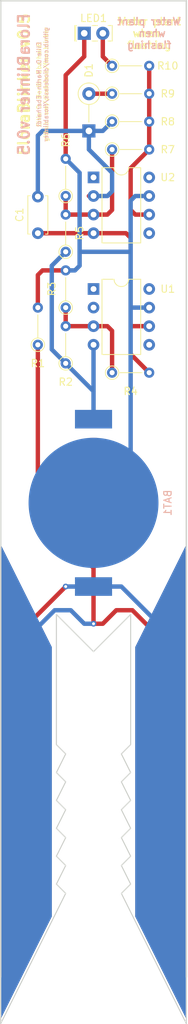
<source format=kicad_pcb>
(kicad_pcb (version 20171130) (host pcbnew 5.0.0+dfsg1-2)

  (general
    (thickness 1.6)
    (drawings 46)
    (tracks 93)
    (zones 0)
    (modules 20)
    (nets 1)
  )

  (page A4)
  (layers
    (0 F.Cu signal)
    (31 B.Cu signal)
    (32 B.Adhes user)
    (33 F.Adhes user)
    (34 B.Paste user)
    (35 F.Paste user)
    (36 B.SilkS user)
    (37 F.SilkS user)
    (38 B.Mask user)
    (39 F.Mask user)
    (40 Dwgs.User user)
    (41 Cmts.User user)
    (42 Eco1.User user)
    (43 Eco2.User user)
    (44 Edge.Cuts user)
    (45 Margin user)
    (46 B.CrtYd user hide)
    (47 F.CrtYd user hide)
    (48 B.Fab user hide)
    (49 F.Fab user hide)
  )

  (setup
    (last_trace_width 0.6)
    (trace_clearance 0.2)
    (zone_clearance 0.508)
    (zone_45_only no)
    (trace_min 0.2)
    (segment_width 0.2)
    (edge_width 0.15)
    (via_size 0.8)
    (via_drill 0.4)
    (via_min_size 0.4)
    (via_min_drill 0.3)
    (uvia_size 0.3)
    (uvia_drill 0.1)
    (uvias_allowed no)
    (uvia_min_size 0.2)
    (uvia_min_drill 0.1)
    (pcb_text_width 0.3)
    (pcb_text_size 1.5 1.5)
    (mod_edge_width 0.15)
    (mod_text_size 1 1)
    (mod_text_width 0.15)
    (pad_size 1.524 1.524)
    (pad_drill 0.762)
    (pad_to_mask_clearance 0.2)
    (aux_axis_origin 0 0)
    (visible_elements FFFFFF7F)
    (pcbplotparams
      (layerselection 0x010fc_ffffffff)
      (usegerberextensions false)
      (usegerberattributes false)
      (usegerberadvancedattributes false)
      (creategerberjobfile false)
      (excludeedgelayer true)
      (linewidth 0.150000)
      (plotframeref false)
      (viasonmask false)
      (mode 1)
      (useauxorigin false)
      (hpglpennumber 1)
      (hpglpenspeed 20)
      (hpglpendiameter 15.000000)
      (psnegative false)
      (psa4output false)
      (plotreference true)
      (plotvalue true)
      (plotinvisibletext false)
      (padsonsilk false)
      (subtractmaskfromsilk false)
      (outputformat 1)
      (mirror false)
      (drillshape 1)
      (scaleselection 1)
      (outputdirectory ""))
  )

  (net 0 "")

  (net_class Default "This is the default net class."
    (clearance 0.2)
    (trace_width 0.6)
    (via_dia 0.8)
    (via_drill 0.4)
    (uvia_dia 0.3)
    (uvia_drill 0.1)
  )

  (module WaterSensorProngs (layer B.Cu) (tedit 5BB992DA) (tstamp 5BBA3F1F)
    (at 139.7 135.255)
    (fp_text reference REF** (at 0 -30.48) (layer B.SilkS) hide
      (effects (font (size 1 1) (thickness 0.15)) (justify mirror))
    )
    (fp_text value WaterSensorProngs (at 0 20.32) (layer B.Fab)
      (effects (font (size 1 1) (thickness 0.15)) (justify mirror))
    )
    (pad 2 smd trapezoid (at 0 0 180) (size 7 50.8) (rect_delta 14 0 ) (drill (offset 3.5 0)) (layers B.Cu B.Paste B.Mask))
    (pad 1 smd trapezoid (at -25.4 0) (size 7 50.8) (rect_delta 14 0 ) (drill (offset 3.5 0)) (layers B.Cu B.Paste B.Mask))
  )

  (module WaterSensorProngs (layer F.Cu) (tedit 5BB992DA) (tstamp 5BBA3E89)
    (at 139.7 135.255)
    (fp_text reference REF** (at 0 30.48) (layer F.SilkS) hide
      (effects (font (size 1 1) (thickness 0.15)))
    )
    (fp_text value WaterSensorProngs (at 0 -20.32) (layer F.Fab)
      (effects (font (size 1 1) (thickness 0.15)))
    )
    (pad 1 smd trapezoid (at -25.4 0) (size 7 50.8) (rect_delta 14 0 ) (drill (offset 3.5 0)) (layers F.Cu F.Paste F.Mask))
    (pad 2 smd trapezoid (at 0 0 180) (size 7 50.8) (rect_delta 14 0 ) (drill (offset 3.5 0)) (layers F.Cu F.Paste F.Mask))
  )

  (module LOGO (layer F.Cu) (tedit 0) (tstamp 5BBA3A38)
    (at 127 93.345)
    (fp_text reference G*** (at 0 0) (layer F.SilkS) hide
      (effects (font (size 1.524 1.524) (thickness 0.3)))
    )
    (fp_text value LOGO (at 0.75 0) (layer F.SilkS) hide
      (effects (font (size 1.524 1.524) (thickness 0.3)))
    )
    (fp_poly (pts (xy 0.081246 -5.081439) (xy 0.177261 -5.080541) (xy 0.267108 -5.078935) (xy 0.34728 -5.07662)
      (xy 0.414271 -5.073597) (xy 0.464574 -5.069866) (xy 0.494682 -5.065428) (xy 0.500943 -5.063038)
      (xy 0.508037 -5.053796) (xy 0.515973 -5.034647) (xy 0.525233 -5.003463) (xy 0.5363 -4.958117)
      (xy 0.549657 -4.89648) (xy 0.565787 -4.816427) (xy 0.585171 -4.715828) (xy 0.608292 -4.592557)
      (xy 0.611133 -4.577263) (xy 0.631 -4.470401) (xy 0.64963 -4.370585) (xy 0.666467 -4.280767)
      (xy 0.680953 -4.203902) (xy 0.692532 -4.142944) (xy 0.700648 -4.100846) (xy 0.704742 -4.080562)
      (xy 0.704865 -4.08003) (xy 0.720962 -4.055125) (xy 0.752738 -4.031262) (xy 0.759028 -4.027932)
      (xy 0.793575 -4.011831) (xy 0.844524 -3.98959) (xy 0.90812 -3.962712) (xy 0.980609 -3.9327)
      (xy 1.058239 -3.901057) (xy 1.137255 -3.869286) (xy 1.213903 -3.838891) (xy 1.284429 -3.811374)
      (xy 1.345081 -3.788239) (xy 1.392104 -3.770988) (xy 1.421745 -3.761125) (xy 1.429692 -3.759379)
      (xy 1.44531 -3.766418) (xy 1.479352 -3.786408) (xy 1.5294 -3.81778) (xy 1.593037 -3.858966)
      (xy 1.667845 -3.908397) (xy 1.751406 -3.964505) (xy 1.841303 -4.025721) (xy 1.860325 -4.038779)
      (xy 1.951284 -4.10086) (xy 2.036467 -4.158144) (xy 2.113449 -4.209063) (xy 2.1798 -4.252046)
      (xy 2.233093 -4.285526) (xy 2.270901 -4.307934) (xy 2.290796 -4.317702) (xy 2.292433 -4.318001)
      (xy 2.306294 -4.309311) (xy 2.335465 -4.284826) (xy 2.377534 -4.246924) (xy 2.430088 -4.197983)
      (xy 2.490712 -4.14038) (xy 2.556993 -4.076493) (xy 2.626518 -4.0087) (xy 2.696874 -3.939379)
      (xy 2.765648 -3.870908) (xy 2.830425 -3.805663) (xy 2.888792 -3.746023) (xy 2.938337 -3.694366)
      (xy 2.976645 -3.653069) (xy 3.001303 -3.62451) (xy 3.0099 -3.611135) (xy 3.002944 -3.597908)
      (xy 2.983135 -3.566174) (xy 2.952054 -3.518324) (xy 2.911286 -3.456747) (xy 2.862415 -3.383835)
      (xy 2.807023 -3.301977) (xy 2.746696 -3.213563) (xy 2.74101 -3.205267) (xy 2.679696 -3.11546)
      (xy 2.622653 -3.031194) (xy 2.571559 -2.955006) (xy 2.528095 -2.889431) (xy 2.493942 -2.837004)
      (xy 2.470778 -2.800262) (xy 2.460284 -2.781739) (xy 2.460109 -2.7813) (xy 2.457952 -2.768938)
      (xy 2.459845 -2.750663) (xy 2.466699 -2.723934) (xy 2.479424 -2.686212) (xy 2.498931 -2.634954)
      (xy 2.526129 -2.567622) (xy 2.561929 -2.481673) (xy 2.598281 -2.395664) (xy 2.641416 -2.294398)
      (xy 2.67614 -2.214041) (xy 2.703755 -2.152031) (xy 2.725562 -2.105807) (xy 2.742865 -2.07281)
      (xy 2.756966 -2.050478) (xy 2.769167 -2.03625) (xy 2.780769 -2.027565) (xy 2.787108 -2.02434)
      (xy 2.808321 -2.018035) (xy 2.851417 -2.007881) (xy 2.91328 -1.994519) (xy 2.990791 -1.978592)
      (xy 3.080835 -1.96074) (xy 3.180295 -1.941607) (xy 3.275894 -1.923707) (xy 3.380033 -1.904172)
      (xy 3.476572 -1.88551) (xy 3.562583 -1.868328) (xy 3.635139 -1.853236) (xy 3.691312 -1.840841)
      (xy 3.728175 -1.831751) (xy 3.742619 -1.826751) (xy 3.747029 -1.818142) (xy 3.750633 -1.798956)
      (xy 3.753501 -1.767116) (xy 3.755701 -1.720545) (xy 3.757301 -1.657165) (xy 3.758371 -1.574899)
      (xy 3.75898 -1.47167) (xy 3.759197 -1.3454) (xy 3.7592 -1.326503) (xy 3.759096 -1.200754)
      (xy 3.758721 -1.098009) (xy 3.757982 -1.015869) (xy 3.756782 -0.951939) (xy 3.755029 -0.90382)
      (xy 3.752628 -0.869118) (xy 3.749483 -0.845434) (xy 3.745501 -0.830372) (xy 3.740588 -0.821536)
      (xy 3.739242 -0.820058) (xy 3.720585 -0.804173) (xy 3.712292 -0.8001) (xy 3.69688 -0.797817)
      (xy 3.660047 -0.791407) (xy 3.605316 -0.781536) (xy 3.536211 -0.768864) (xy 3.456256 -0.754056)
      (xy 3.368974 -0.737774) (xy 3.277889 -0.720681) (xy 3.186523 -0.70344) (xy 3.098402 -0.686714)
      (xy 3.017047 -0.671166) (xy 2.945983 -0.657459) (xy 2.888734 -0.646256) (xy 2.848822 -0.63822)
      (xy 2.830317 -0.63416) (xy 2.79026 -0.615579) (xy 2.764882 -0.581188) (xy 2.764751 -0.580911)
      (xy 2.75022 -0.548077) (xy 2.729313 -0.498267) (xy 2.703428 -0.435042) (xy 2.673965 -0.361964)
      (xy 2.64232 -0.282593) (xy 2.609892 -0.200492) (xy 2.578079 -0.119222) (xy 2.548279 -0.042343)
      (xy 2.521889 0.026582) (xy 2.500309 0.083992) (xy 2.484935 0.126326) (xy 2.477167 0.150022)
      (xy 2.4765 0.153389) (xy 2.48347 0.168337) (xy 2.503286 0.201615) (xy 2.534303 0.250694)
      (xy 2.574876 0.313042) (xy 2.623362 0.386128) (xy 2.678116 0.467422) (xy 2.728603 0.541443)
      (xy 2.800136 0.645744) (xy 2.858565 0.731128) (xy 2.90513 0.799644) (xy 2.941069 0.853339)
      (xy 2.967622 0.89426) (xy 2.986028 0.924455) (xy 2.997527 0.94597) (xy 3.003356 0.960853)
      (xy 3.004756 0.971152) (xy 3.002966 0.978913) (xy 2.999224 0.986184) (xy 2.998534 0.987425)
      (xy 2.98471 1.005102) (xy 2.955573 1.037128) (xy 2.913561 1.081121) (xy 2.861115 1.134697)
      (xy 2.800672 1.195472) (xy 2.734672 1.261065) (xy 2.665554 1.329091) (xy 2.595758 1.397168)
      (xy 2.52772 1.462912) (xy 2.463882 1.52394) (xy 2.406682 1.577869) (xy 2.358558 1.622316)
      (xy 2.32195 1.654897) (xy 2.299297 1.67323) (xy 2.293417 1.6764) (xy 2.277758 1.669414)
      (xy 2.243857 1.649571) (xy 2.194307 1.618545) (xy 2.1317 1.578009) (xy 2.058629 1.529636)
      (xy 1.977687 1.475098) (xy 1.912968 1.430877) (xy 1.827256 1.3721) (xy 1.747123 1.317405)
      (xy 1.675247 1.2686) (xy 1.614303 1.227491) (xy 1.566965 1.195884) (xy 1.535909 1.175586)
      (xy 1.525074 1.168957) (xy 1.512068 1.163779) (xy 1.496737 1.163136) (xy 1.475393 1.168394)
      (xy 1.444349 1.180919) (xy 1.399915 1.202078) (xy 1.338405 1.233237) (xy 1.304696 1.250615)
      (xy 1.228277 1.289033) (xy 1.168483 1.316789) (xy 1.126919 1.3332) (xy 1.105191 1.337582)
      (xy 1.102917 1.336597) (xy 1.095395 1.322348) (xy 1.079383 1.28706) (xy 1.055833 1.233045)
      (xy 1.025695 1.162613) (xy 0.989921 1.078076) (xy 0.949464 0.981746) (xy 0.905274 0.875932)
      (xy 0.858303 0.762948) (xy 0.809504 0.645103) (xy 0.759827 0.524709) (xy 0.710224 0.404078)
      (xy 0.661647 0.28552) (xy 0.615047 0.171348) (xy 0.571377 0.063871) (xy 0.531587 -0.034598)
      (xy 0.49663 -0.121748) (xy 0.467456 -0.195269) (xy 0.445018 -0.252848) (xy 0.430267 -0.292175)
      (xy 0.424155 -0.310939) (xy 0.424078 -0.312122) (xy 0.436 -0.324503) (xy 0.464468 -0.347881)
      (xy 0.505126 -0.378825) (xy 0.550128 -0.411434) (xy 0.677276 -0.509239) (xy 0.78199 -0.607757)
      (xy 0.867042 -0.710844) (xy 0.935202 -0.822356) (xy 0.989242 -0.946148) (xy 1.030248 -1.0795)
      (xy 1.044316 -1.155488) (xy 1.052683 -1.246638) (xy 1.055093 -1.343306) (xy 1.051292 -1.435844)
      (xy 1.041665 -1.5113) (xy 0.999726 -1.666727) (xy 0.936273 -1.810855) (xy 0.853279 -1.94205)
      (xy 0.752718 -2.058682) (xy 0.636563 -2.159118) (xy 0.50679 -2.241726) (xy 0.36537 -2.304874)
      (xy 0.214279 -2.34693) (xy 0.05549 -2.366261) (xy 0.00635 -2.367386) (xy -0.155264 -2.355138)
      (xy -0.310327 -2.319307) (xy -0.456632 -2.261254) (xy -0.591975 -2.182345) (xy -0.714148 -2.083944)
      (xy -0.820947 -1.967414) (xy -0.910165 -1.834119) (xy -0.936536 -1.78435) (xy -0.997074 -1.634588)
      (xy -1.03304 -1.479385) (xy -1.044394 -1.31987) (xy -1.0311 -1.157172) (xy -0.993119 -0.99242)
      (xy -0.965667 -0.911768) (xy -0.907409 -0.791269) (xy -0.824656 -0.673378) (xy -0.718265 -0.559095)
      (xy -0.589091 -0.449418) (xy -0.537429 -0.411434) (xy -0.489336 -0.37653) (xy -0.449375 -0.345996)
      (xy -0.421904 -0.323262) (xy -0.411379 -0.312122) (xy -0.415291 -0.298603) (xy -0.428068 -0.263969)
      (xy -0.44876 -0.210532) (xy -0.476413 -0.140603) (xy -0.510078 -0.056493) (xy -0.548802 0.039487)
      (xy -0.591634 0.145026) (xy -0.637621 0.257812) (xy -0.685813 0.375534) (xy -0.735258 0.49588)
      (xy -0.785004 0.61654) (xy -0.834099 0.735203) (xy -0.881592 0.849556) (xy -0.926531 0.957289)
      (xy -0.967965 1.056091) (xy -1.004942 1.14365) (xy -1.03651 1.217655) (xy -1.061718 1.275794)
      (xy -1.079614 1.315757) (xy -1.089246 1.335233) (xy -1.090218 1.336597) (xy -1.106249 1.33562)
      (xy -1.142555 1.322426) (xy -1.19753 1.2977) (xy -1.269568 1.262126) (xy -1.291997 1.250615)
      (xy -1.362262 1.214582) (xy -1.413814 1.189157) (xy -1.450342 1.172971) (xy -1.475533 1.164659)
      (xy -1.493075 1.162853) (xy -1.506658 1.166188) (xy -1.512375 1.168957) (xy -1.529905 1.179892)
      (xy -1.565662 1.203451) (xy -1.616972 1.237826) (xy -1.681161 1.281211) (xy -1.755551 1.331799)
      (xy -1.837469 1.387785) (xy -1.900269 1.430877) (xy -1.985436 1.488959) (xy -2.064687 1.54214)
      (xy -2.135431 1.588745) (xy -2.195074 1.627103) (xy -2.241024 1.655539) (xy -2.270689 1.672382)
      (xy -2.280718 1.6764) (xy -2.295196 1.667604) (xy -2.325631 1.642343) (xy -2.370213 1.602301)
      (xy -2.42713 1.549163) (xy -2.494574 1.484616) (xy -2.570733 1.410345) (xy -2.638762 1.343025)
      (xy -2.715128 1.266724) (xy -2.786031 1.195379) (xy -2.849388 1.131123) (xy -2.903115 1.076091)
      (xy -2.945128 1.032418) (xy -2.973346 1.002237) (xy -2.985683 0.987684) (xy -2.985835 0.987425)
      (xy -2.989773 0.980044) (xy -2.991955 0.972496) (xy -2.991142 0.962736) (xy -2.986096 0.948715)
      (xy -2.975578 0.928386) (xy -2.958347 0.899701) (xy -2.933166 0.860615) (xy -2.898795 0.809078)
      (xy -2.853995 0.743044) (xy -2.797526 0.660466) (xy -2.72815 0.559296) (xy -2.715904 0.541443)
      (xy -2.657098 0.455143) (xy -2.603157 0.37489) (xy -2.555723 0.303213) (xy -2.516442 0.242644)
      (xy -2.486958 0.195713) (xy -2.468914 0.164952) (xy -2.4638 0.153389) (xy -2.468333 0.137658)
      (xy -2.480998 0.101945) (xy -2.500399 0.04981) (xy -2.525136 -0.015184) (xy -2.553813 -0.089477)
      (xy -2.58503 -0.169507) (xy -2.61739 -0.251713) (xy -2.649495 -0.332533) (xy -2.679946 -0.408406)
      (xy -2.707347 -0.475772) (xy -2.730298 -0.531067) (xy -2.747402 -0.570731) (xy -2.752052 -0.580911)
      (xy -2.777369 -0.615423) (xy -2.817307 -0.634078) (xy -2.817618 -0.63416) (xy -2.838158 -0.63864)
      (xy -2.879326 -0.646907) (xy -2.937598 -0.658296) (xy -3.009451 -0.672145) (xy -3.091362 -0.687791)
      (xy -3.179808 -0.704572) (xy -3.271263 -0.721823) (xy -3.362206 -0.738883) (xy -3.449112 -0.755088)
      (xy -3.528458 -0.769776) (xy -3.596721 -0.782282) (xy -3.650376 -0.791946) (xy -3.685901 -0.798103)
      (xy -3.699593 -0.8001) (xy -3.713071 -0.808012) (xy -3.726543 -0.820058) (xy -3.731698 -0.827743)
      (xy -3.735897 -0.841072) (xy -3.739236 -0.86244) (xy -3.74181 -0.894244) (xy -3.743712 -0.938882)
      (xy -3.745037 -0.998749) (xy -3.74588 -1.076243) (xy -3.746334 -1.17376) (xy -3.746495 -1.293698)
      (xy -3.746501 -1.326503) (xy -3.746332 -1.456037) (xy -3.74578 -1.562251) (xy -3.744776 -1.647222)
      (xy -3.743251 -1.713027) (xy -3.741136 -1.761743) (xy -3.738362 -1.795448) (xy -3.734861 -1.816218)
      (xy -3.730564 -1.826132) (xy -3.72992 -1.826751) (xy -3.713967 -1.832164) (xy -3.675942 -1.841455)
      (xy -3.618771 -1.854018) (xy -3.545382 -1.869244) (xy -3.458702 -1.886524) (xy -3.361658 -1.905252)
      (xy -3.263195 -1.923707) (xy -3.157897 -1.943449) (xy -3.059193 -1.962489) (xy -2.970198 -1.980186)
      (xy -2.894029 -1.995899) (xy -2.833803 -2.008986) (xy -2.792638 -2.018804) (xy -2.774409 -2.02434)
      (xy -2.762596 -2.031128) (xy -2.750874 -2.042106) (xy -2.73794 -2.059833) (xy -2.722493 -2.08687)
      (xy -2.70323 -2.12578) (xy -2.678849 -2.179121) (xy -2.648047 -2.249456) (xy -2.609523 -2.339345)
      (xy -2.585582 -2.395664) (xy -2.542062 -2.498747) (xy -2.507888 -2.581133) (xy -2.482152 -2.645363)
      (xy -2.463942 -2.693979) (xy -2.452349 -2.729521) (xy -2.446461 -2.754528) (xy -2.44537 -2.771543)
      (xy -2.44741 -2.7813) (xy -2.45716 -2.798751) (xy -2.479673 -2.83456) (xy -2.513267 -2.886193)
      (xy -2.556264 -2.951113) (xy -2.606983 -3.026785) (xy -2.663744 -3.110674) (xy -2.724867 -3.200242)
      (xy -2.728311 -3.205267) (xy -2.78901 -3.294158) (xy -2.844916 -3.376713) (xy -2.894447 -3.450539)
      (xy -2.936019 -3.513247) (xy -2.968047 -3.562447) (xy -2.988949 -3.595748) (xy -2.997141 -3.610759)
      (xy -2.9972 -3.611135) (xy -2.98838 -3.624793) (xy -2.963528 -3.653535) (xy -2.925057 -3.694985)
      (xy -2.87538 -3.746763) (xy -2.816913 -3.806492) (xy -2.752067 -3.871795) (xy -2.683256 -3.940293)
      (xy -2.612894 -4.009609) (xy -2.543394 -4.077366) (xy -2.477169 -4.141185) (xy -2.416634 -4.198689)
      (xy -2.364201 -4.247501) (xy -2.322284 -4.285241) (xy -2.293296 -4.309533) (xy -2.27972 -4.318)
      (xy -2.263724 -4.310996) (xy -2.229348 -4.291036) (xy -2.179041 -4.259704) (xy -2.115253 -4.218581)
      (xy -2.040432 -4.16925) (xy -1.957028 -4.113291) (xy -1.867491 -4.052288) (xy -1.853962 -4.042993)
      (xy -1.763582 -3.981168) (xy -1.678901 -3.923897) (xy -1.602388 -3.872801) (xy -1.536511 -3.8295)
      (xy -1.483739 -3.795615) (xy -1.446541 -3.772765) (xy -1.427384 -3.762572) (xy -1.426289 -3.762248)
      (xy -1.405838 -3.765317) (xy -1.364546 -3.777746) (xy -1.304822 -3.798675) (xy -1.229077 -3.827241)
      (xy -1.13972 -3.862584) (xy -1.096089 -3.880314) (xy -0.989022 -3.924259) (xy -0.903116 -3.95988)
      (xy -0.83598 -3.988359) (xy -0.78522 -4.01088) (xy -0.748445 -4.028625) (xy -0.723262 -4.042777)
      (xy -0.707278 -4.054518) (xy -0.698102 -4.065031) (xy -0.693341 -4.0755) (xy -0.692115 -4.08003)
      (xy -0.688315 -4.098658) (xy -0.680454 -4.139309) (xy -0.669089 -4.199029) (xy -0.654779 -4.274866)
      (xy -0.638081 -4.363866) (xy -0.61955 -4.463074) (xy -0.599746 -4.569538) (xy -0.5983 -4.577323)
      (xy -0.5747 -4.70339) (xy -0.55489 -4.806536) (xy -0.538391 -4.888878) (xy -0.524722 -4.952534)
      (xy -0.513404 -4.99962) (xy -0.503957 -5.032254) (xy -0.495901 -5.052553) (xy -0.488755 -5.062635)
      (xy -0.488162 -5.063098) (xy -0.469033 -5.067875) (xy -0.42802 -5.071941) (xy -0.368631 -5.075298)
      (xy -0.29437 -5.077945) (xy -0.208746 -5.079883) (xy -0.115264 -5.08111) (xy -0.017432 -5.081629)
      (xy 0.081246 -5.081439)) (layer F.Mask) (width 0.01))
    (fp_poly (pts (xy 3.066776 2.488069) (xy 3.082925 2.495089) (xy 3.118797 2.513035) (xy 3.143002 2.527527)
      (xy 3.1496 2.534003) (xy 3.141929 2.546673) (xy 3.121521 2.573472) (xy 3.092282 2.609344)
      (xy 3.08189 2.621686) (xy 3.014181 2.701498) (xy 2.965436 2.67649) (xy 2.901323 2.65672)
      (xy 2.836684 2.660883) (xy 2.775368 2.687892) (xy 2.72122 2.736659) (xy 2.712234 2.748062)
      (xy 2.704378 2.759855) (xy 2.698212 2.773808) (xy 2.693489 2.793048) (xy 2.689961 2.820702)
      (xy 2.687379 2.859898) (xy 2.685494 2.913765) (xy 2.684058 2.985428) (xy 2.682823 3.078017)
      (xy 2.682291 3.125102) (xy 2.678533 3.4671) (xy 2.4892 3.4671) (xy 2.4892 2.4765)
      (xy 2.6797 2.4765) (xy 2.6797 2.5273) (xy 2.681366 2.559124) (xy 2.685528 2.576812)
      (xy 2.687206 2.5781) (xy 2.700336 2.570516) (xy 2.725721 2.551114) (xy 2.744259 2.535689)
      (xy 2.815848 2.490408) (xy 2.896577 2.467004) (xy 2.981777 2.466038) (xy 3.066776 2.488069)) (layer F.Mask) (width 0.01))
    (fp_poly (pts (xy -1.365677 2.466793) (xy -1.279467 2.492202) (xy -1.275026 2.494232) (xy -1.205345 2.535678)
      (xy -1.152128 2.589722) (xy -1.110084 2.66065) (xy -1.101356 2.679591) (xy -1.094485 2.697804)
      (xy -1.089248 2.718475) (xy -1.085421 2.744792) (xy -1.082782 2.779942) (xy -1.081107 2.827114)
      (xy -1.080172 2.889495) (xy -1.079756 2.970272) (xy -1.079633 3.072634) (xy -1.079625 3.095625)
      (xy -1.0795 3.4671) (xy -1.27 3.4671) (xy -1.27 3.14594) (xy -1.270095 3.046915)
      (xy -1.270553 2.969835) (xy -1.271635 2.911247) (xy -1.273605 2.867696) (xy -1.276722 2.835728)
      (xy -1.281251 2.81189) (xy -1.287451 2.792726) (xy -1.295585 2.774783) (xy -1.298575 2.768859)
      (xy -1.334555 2.71303) (xy -1.37699 2.678962) (xy -1.431743 2.663023) (xy -1.4732 2.66065)
      (xy -1.536228 2.666976) (xy -1.585675 2.688687) (xy -1.629539 2.729879) (xy -1.643866 2.748062)
      (xy -1.651722 2.759855) (xy -1.657888 2.773808) (xy -1.662611 2.793048) (xy -1.666139 2.820702)
      (xy -1.668721 2.859898) (xy -1.670606 2.913765) (xy -1.672042 2.985428) (xy -1.673277 3.078017)
      (xy -1.673809 3.125102) (xy -1.677567 3.4671) (xy -1.8669 3.4671) (xy -1.8669 2.4765)
      (xy -1.6764 2.4765) (xy -1.6764 2.577932) (xy -1.618952 2.53408) (xy -1.539368 2.488189)
      (xy -1.453627 2.465608) (xy -1.365677 2.466793)) (layer F.Mask) (width 0.01))
    (fp_poly (pts (xy 4.514391 2.474857) (xy 4.601981 2.50532) (xy 4.682672 2.555757) (xy 4.723954 2.593385)
      (xy 4.767399 2.648513) (xy 4.798923 2.713058) (xy 4.820122 2.791672) (xy 4.832592 2.889007)
      (xy 4.834459 2.915605) (xy 4.842559 3.048) (xy 4.200873 3.048) (xy 4.209696 3.095034)
      (xy 4.235068 3.172258) (xy 4.277086 3.232396) (xy 4.332679 3.274366) (xy 4.398771 3.297087)
      (xy 4.472287 3.29948) (xy 4.550155 3.280464) (xy 4.6258 3.241293) (xy 4.673251 3.209955)
      (xy 4.742027 3.265502) (xy 4.810803 3.32105) (xy 4.772517 3.361234) (xy 4.706581 3.413009)
      (xy 4.62309 3.450303) (xy 4.526412 3.471462) (xy 4.4704 3.475594) (xy 4.415345 3.475731)
      (xy 4.365594 3.473621) (xy 4.330049 3.469699) (xy 4.32435 3.468466) (xy 4.233226 3.432124)
      (xy 4.155022 3.375104) (xy 4.093153 3.300234) (xy 4.069674 3.25755) (xy 4.038414 3.168165)
      (xy 4.021065 3.06678) (xy 4.017234 2.959524) (xy 4.023885 2.8829) (xy 4.202549 2.8829)
      (xy 4.638844 2.8829) (xy 4.632078 2.832456) (xy 4.612114 2.764796) (xy 4.57409 2.708225)
      (xy 4.52215 2.668696) (xy 4.516062 2.665779) (xy 4.443213 2.644566) (xy 4.374759 2.646972)
      (xy 4.313849 2.671246) (xy 4.263633 2.715637) (xy 4.22726 2.778393) (xy 4.211171 2.835275)
      (xy 4.202549 2.8829) (xy 4.023885 2.8829) (xy 4.026522 2.852524) (xy 4.048535 2.751907)
      (xy 4.082875 2.663802) (xy 4.1111 2.616865) (xy 4.173982 2.549724) (xy 4.249699 2.501802)
      (xy 4.334304 2.473249) (xy 4.42385 2.464217) (xy 4.514391 2.474857)) (layer F.Mask) (width 0.01))
    (fp_poly (pts (xy 3.664129 2.469784) (xy 3.756726 2.49423) (xy 3.842901 2.541466) (xy 3.906748 2.593681)
      (xy 3.946347 2.630632) (xy 3.809439 2.760114) (xy 3.774794 2.726931) (xy 3.712668 2.68269)
      (xy 3.644076 2.659217) (xy 3.573509 2.65546) (xy 3.505459 2.670367) (xy 3.444416 2.702886)
      (xy 3.394871 2.751965) (xy 3.361316 2.816552) (xy 3.358851 2.824367) (xy 3.343525 2.901216)
      (xy 3.340072 2.982509) (xy 3.347637 3.06204) (xy 3.365364 3.1336) (xy 3.392397 3.190981)
      (xy 3.412826 3.216114) (xy 3.476614 3.260836) (xy 3.548867 3.284303) (xy 3.624265 3.286506)
      (xy 3.697491 3.267438) (xy 3.763226 3.22709) (xy 3.774794 3.216668) (xy 3.809439 3.183485)
      (xy 3.877854 3.248189) (xy 3.94627 3.312894) (xy 3.90036 3.35739) (xy 3.824163 3.416864)
      (xy 3.738582 3.455199) (xy 3.639687 3.473985) (xy 3.6068 3.476047) (xy 3.542008 3.476613)
      (xy 3.493335 3.471903) (xy 3.451849 3.460852) (xy 3.439328 3.456084) (xy 3.344725 3.408521)
      (xy 3.270018 3.349269) (xy 3.214099 3.276463) (xy 3.175861 3.18824) (xy 3.154196 3.082733)
      (xy 3.147955 2.96545) (xy 3.157882 2.842546) (xy 3.186371 2.735126) (xy 3.232581 2.644205)
      (xy 3.295672 2.570798) (xy 3.374801 2.515921) (xy 3.469129 2.480589) (xy 3.561094 2.466653)
      (xy 3.664129 2.469784)) (layer F.Mask) (width 0.01))
    (fp_poly (pts (xy 1.653406 2.809875) (xy 1.654737 2.911566) (xy 1.656206 2.991109) (xy 1.658067 3.051753)
      (xy 1.660572 3.09675) (xy 1.663974 3.129349) (xy 1.668529 3.152802) (xy 1.674487 3.170358)
      (xy 1.682104 3.185269) (xy 1.68275 3.186372) (xy 1.728651 3.242212) (xy 1.786207 3.276253)
      (xy 1.852564 3.287548) (xy 1.924873 3.275149) (xy 1.936956 3.270846) (xy 1.9835 3.24609)
      (xy 2.017317 3.208585) (xy 2.025753 3.195019) (xy 2.035307 3.178196) (xy 2.042715 3.162088)
      (xy 2.048248 3.143357) (xy 2.052181 3.118669) (xy 2.054786 3.084688) (xy 2.056338 3.038079)
      (xy 2.057108 2.975505) (xy 2.057371 2.893632) (xy 2.0574 2.808759) (xy 2.0574 2.4765)
      (xy 2.2606 2.4765) (xy 2.2606 3.4671) (xy 2.0574 3.4671) (xy 2.0574 3.360747)
      (xy 2.022475 3.394125) (xy 1.955248 3.441644) (xy 1.876101 3.470416) (xy 1.791234 3.479495)
      (xy 1.706847 3.467933) (xy 1.65735 3.449918) (xy 1.609659 3.42156) (xy 1.563045 3.384398)
      (xy 1.546941 3.368249) (xy 1.523605 3.34051) (xy 1.504855 3.312466) (xy 1.490198 3.281039)
      (xy 1.479139 3.24315) (xy 1.471183 3.195717) (xy 1.465836 3.135663) (xy 1.462603 3.059907)
      (xy 1.460992 2.96537) (xy 1.460506 2.848972) (xy 1.4605 2.829794) (xy 1.4605 2.4765)
      (xy 1.649462 2.4765) (xy 1.653406 2.809875)) (layer F.Mask) (width 0.01))
    (fp_poly (pts (xy 0.999527 2.483258) (xy 1.080726 2.518674) (xy 1.151768 2.571212) (xy 1.208791 2.640273)
      (xy 1.233284 2.686221) (xy 1.251168 2.74394) (xy 1.263702 2.819711) (xy 1.270823 2.906743)
      (xy 1.272468 2.998244) (xy 1.268575 3.087422) (xy 1.259081 3.167486) (xy 1.243923 3.231645)
      (xy 1.238466 3.246291) (xy 1.19398 3.322689) (xy 1.131212 3.388892) (xy 1.058508 3.436856)
      (xy 0.981414 3.463497) (xy 0.892737 3.476577) (xy 0.80276 3.475458) (xy 0.721768 3.459497)
      (xy 0.71755 3.458098) (xy 0.656769 3.427582) (xy 0.592932 3.37556) (xy 0.583058 3.365936)
      (xy 0.54167 3.321375) (xy 0.510855 3.278183) (xy 0.48914 3.231505) (xy 0.475053 3.176485)
      (xy 0.467122 3.108271) (xy 0.463876 3.022006) (xy 0.46355 2.9718) (xy 0.464259 2.927459)
      (xy 0.648851 2.927459) (xy 0.649291 2.995078) (xy 0.65393 3.061715) (xy 0.662187 3.119924)
      (xy 0.67348 3.162258) (xy 0.676908 3.169874) (xy 0.720368 3.228848) (xy 0.77676 3.268464)
      (xy 0.841482 3.287309) (xy 0.90993 3.283966) (xy 0.97155 3.260463) (xy 1.01339 3.230937)
      (xy 1.043587 3.193561) (xy 1.063645 3.144316) (xy 1.075069 3.079177) (xy 1.079362 2.994123)
      (xy 1.0795 2.9718) (xy 1.076826 2.882617) (xy 1.067733 2.814292) (xy 1.050608 2.762742)
      (xy 1.023842 2.723884) (xy 0.985824 2.693636) (xy 0.9652 2.682044) (xy 0.895821 2.658618)
      (xy 0.829042 2.658595) (xy 0.768225 2.679989) (xy 0.716732 2.720815) (xy 0.677926 2.779086)
      (xy 0.655169 2.852817) (xy 0.653193 2.866307) (xy 0.648851 2.927459) (xy 0.464259 2.927459)
      (xy 0.465103 2.874786) (xy 0.470701 2.7982) (xy 0.48175 2.737205) (xy 0.499658 2.686965)
      (xy 0.525832 2.642646) (xy 0.561678 2.599411) (xy 0.576364 2.584053) (xy 0.650411 2.524842)
      (xy 0.733613 2.485757) (xy 0.822108 2.466199) (xy 0.912033 2.465566) (xy 0.999527 2.483258)) (layer F.Mask) (width 0.01))
    (fp_poly (pts (xy 0.017632 2.470608) (xy 0.130197 2.4966) (xy 0.233695 2.545229) (xy 0.2454 2.552479)
      (xy 0.30665 2.591414) (xy 0.253775 2.654568) (xy 0.224975 2.688118) (xy 0.202036 2.713304)
      (xy 0.190746 2.723997) (xy 0.174728 2.721934) (xy 0.145108 2.709718) (xy 0.125221 2.699367)
      (xy 0.054191 2.667607) (xy -0.01747 2.649459) (xy -0.085971 2.64433) (xy -0.147521 2.651631)
      (xy -0.198328 2.670769) (xy -0.234602 2.701153) (xy -0.252552 2.742191) (xy -0.253806 2.758497)
      (xy -0.250607 2.792332) (xy -0.239205 2.818143) (xy -0.216358 2.837562) (xy -0.178821 2.852225)
      (xy -0.123353 2.863765) (xy -0.04671 2.873816) (xy -0.019054 2.876791) (xy 0.081184 2.890841)
      (xy 0.159637 2.910908) (xy 0.219589 2.938908) (xy 0.264321 2.976755) (xy 0.297117 3.026365)
      (xy 0.315746 3.07212) (xy 0.331675 3.155966) (xy 0.323541 3.236018) (xy 0.29266 3.309512)
      (xy 0.240348 3.373682) (xy 0.167919 3.425766) (xy 0.140931 3.439327) (xy 0.07302 3.461326)
      (xy -0.009666 3.474435) (xy -0.09796 3.478253) (xy -0.182697 3.472378) (xy -0.254 3.456646)
      (xy -0.364813 3.411383) (xy -0.456335 3.355636) (xy -0.472316 3.343354) (xy -0.519182 3.305982)
      (xy -0.451705 3.239343) (xy -0.384227 3.172704) (xy -0.324952 3.21795) (xy -0.261073 3.258338)
      (xy -0.192849 3.282928) (xy -0.112548 3.294065) (xy -0.06985 3.295314) (xy 0.00335 3.290615)
      (xy 0.058128 3.274572) (xy 0.099666 3.245218) (xy 0.117676 3.224146) (xy 0.134522 3.182618)
      (xy 0.130808 3.13872) (xy 0.108026 3.101462) (xy 0.095714 3.091586) (xy 0.07086 3.082285)
      (xy 0.025965 3.072197) (xy -0.033676 3.062354) (xy -0.0922 3.054931) (xy -0.187009 3.042114)
      (xy -0.257336 3.027419) (xy -0.301345 3.011662) (xy -0.367441 2.965394) (xy -0.414566 2.906463)
      (xy -0.442869 2.838933) (xy -0.452495 2.766865) (xy -0.443592 2.694323) (xy -0.416306 2.625369)
      (xy -0.370783 2.564065) (xy -0.307171 2.514474) (xy -0.282923 2.501696) (xy -0.235124 2.484047)
      (xy -0.176838 2.472792) (xy -0.106161 2.466726) (xy 0.017632 2.470608)) (layer F.Mask) (width 0.01))
    (fp_poly (pts (xy -2.388456 2.471222) (xy -2.298634 2.497711) (xy -2.216075 2.547543) (xy -2.18674 2.572058)
      (xy -2.138585 2.621741) (xy -2.103898 2.674482) (xy -2.080599 2.735741) (xy -2.066609 2.810978)
      (xy -2.059866 2.905125) (xy -2.054659 3.048) (xy -2.6797 3.048) (xy -2.679422 3.082925)
      (xy -2.673932 3.11667) (xy -2.66059 3.157923) (xy -2.655617 3.169648) (xy -2.615557 3.230511)
      (xy -2.56122 3.272503) (xy -2.495764 3.295219) (xy -2.422351 3.298257) (xy -2.344142 3.281212)
      (xy -2.264297 3.24368) (xy -2.233623 3.223564) (xy -2.218898 3.218359) (xy -2.199714 3.224672)
      (xy -2.170789 3.24498) (xy -2.147898 3.263785) (xy -2.114947 3.292956) (xy -2.091533 3.316331)
      (xy -2.0828 3.328689) (xy -2.093214 3.343688) (xy -2.120591 3.366275) (xy -2.159134 3.392762)
      (xy -2.203047 3.419459) (xy -2.246533 3.442678) (xy -2.283796 3.45873) (xy -2.290664 3.460958)
      (xy -2.366665 3.475372) (xy -2.452095 3.478644) (xy -2.535724 3.470991) (xy -2.600099 3.454968)
      (xy -2.688 3.412503) (xy -2.757981 3.354327) (xy -2.810583 3.279485) (xy -2.846347 3.187027)
      (xy -2.865816 3.075997) (xy -2.87005 2.979987) (xy -2.861578 2.849492) (xy -2.860981 2.846797)
      (xy -2.6797 2.846797) (xy -2.6797 2.8829) (xy -2.4638 2.8829) (xy -2.380551 2.882439)
      (xy -2.320023 2.880929) (xy -2.279552 2.878171) (xy -2.256472 2.873971) (xy -2.248119 2.868132)
      (xy -2.247971 2.867025) (xy -2.255766 2.821592) (xy -2.275464 2.76979) (xy -2.302042 2.72419)
      (xy -2.308121 2.716467) (xy -2.362349 2.669828) (xy -2.425325 2.646075) (xy -2.493588 2.64582)
      (xy -2.563676 2.669677) (xy -2.565908 2.670844) (xy -2.613493 2.707217) (xy -2.651718 2.757327)
      (xy -2.675084 2.812671) (xy -2.6797 2.846797) (xy -2.860981 2.846797) (xy -2.836694 2.737339)
      (xy -2.795706 2.643943) (xy -2.738923 2.569719) (xy -2.666653 2.515082) (xy -2.579204 2.480448)
      (xy -2.4892 2.466803) (xy -2.388456 2.471222)) (layer F.Mask) (width 0.01))
    (fp_poly (pts (xy -4.326442 2.472472) (xy -4.239849 2.500396) (xy -4.160256 2.548024) (xy -4.119665 2.584053)
      (xy -4.080199 2.628023) (xy -4.050885 2.67143) (xy -4.030317 2.719107) (xy -4.017087 2.775891)
      (xy -4.009788 2.846617) (xy -4.007013 2.936121) (xy -4.00685 2.9718) (xy -4.008404 3.068813)
      (xy -4.014002 3.145399) (xy -4.025051 3.206394) (xy -4.042959 3.256634) (xy -4.069133 3.300953)
      (xy -4.104979 3.344188) (xy -4.119665 3.359546) (xy -4.196297 3.420152) (xy -4.285005 3.460486)
      (xy -4.381195 3.47944) (xy -4.480274 3.475906) (xy -4.542483 3.461518) (xy -4.631146 3.421234)
      (xy -4.705613 3.361569) (xy -4.762555 3.285521) (xy -4.781812 3.246182) (xy -4.799453 3.185415)
      (xy -4.810959 3.106963) (xy -4.816401 3.017752) (xy -4.816034 2.95607) (xy -4.624006 2.95607)
      (xy -4.622634 3.030782) (xy -4.616194 3.099247) (xy -4.604671 3.153707) (xy -4.598601 3.169906)
      (xy -4.560301 3.226288) (xy -4.505837 3.26966) (xy -4.4831 3.280819) (xy -4.447052 3.286982)
      (xy -4.398416 3.284952) (xy -4.348091 3.27621) (xy -4.306978 3.262238) (xy -4.295249 3.255293)
      (xy -4.245553 3.206594) (xy -4.213556 3.145331) (xy -4.196868 3.066887) (xy -4.196649 3.064879)
      (xy -4.19266 2.995874) (xy -4.194191 2.923875) (xy -4.200596 2.856288) (xy -4.211227 2.80052)
      (xy -4.222474 2.769134) (xy -4.262987 2.714855) (xy -4.315887 2.678311) (xy -4.376199 2.659463)
      (xy -4.438947 2.658272) (xy -4.499154 2.674701) (xy -4.551845 2.708711) (xy -4.592045 2.760263)
      (xy -4.59786 2.772037) (xy -4.611605 2.81894) (xy -4.620325 2.88287) (xy -4.624006 2.95607)
      (xy -4.816034 2.95607) (xy -4.815847 2.924704) (xy -4.809368 2.834746) (xy -4.797033 2.754799)
      (xy -4.778912 2.69179) (xy -4.77617 2.685283) (xy -4.728887 2.607519) (xy -4.665373 2.545878)
      (xy -4.5895 2.500955) (xy -4.505139 2.473349) (xy -4.416163 2.463655) (xy -4.326442 2.472472)) (layer F.Mask) (width 0.01))
    (fp_poly (pts (xy 2.740436 4.055685) (xy 2.780386 4.066876) (xy 2.823332 4.081924) (xy 2.861159 4.097878)
      (xy 2.885753 4.11179) (xy 2.890097 4.116171) (xy 2.889668 4.129492) (xy 2.876542 4.153581)
      (xy 2.849126 4.190794) (xy 2.805831 4.243486) (xy 2.797567 4.253226) (xy 2.76081 4.296402)
      (xy 2.725106 4.273009) (xy 2.670599 4.251431) (xy 2.609707 4.249803) (xy 2.549185 4.266333)
      (xy 2.495785 4.29923) (xy 2.457899 4.343849) (xy 2.450089 4.358691) (xy 2.443958 4.375637)
      (xy 2.439255 4.39791) (xy 2.435731 4.428732) (xy 2.433136 4.471325) (xy 2.431218 4.528913)
      (xy 2.429729 4.604717) (xy 2.428418 4.701961) (xy 2.428117 4.727575) (xy 2.424185 5.0673)
      (xy 2.2352 5.0673) (xy 2.2352 4.064) (xy 2.4257 4.064) (xy 2.4257 4.1148)
      (xy 2.427085 4.146626) (xy 2.430546 4.164313) (xy 2.43194 4.1656) (xy 2.44463 4.158516)
      (xy 2.470845 4.140236) (xy 2.494875 4.122323) (xy 2.557872 4.086204) (xy 2.633007 4.0612)
      (xy 2.70803 4.051324) (xy 2.711598 4.0513) (xy 2.740436 4.055685)) (layer F.Mask) (width 0.01))
    (fp_poly (pts (xy -0.032185 4.07035) (xy 0.062091 4.416425) (xy 0.086692 4.50572) (xy 0.109467 4.586469)
      (xy 0.129503 4.655579) (xy 0.145882 4.709957) (xy 0.157692 4.746509) (xy 0.164016 4.762144)
      (xy 0.164481 4.7625) (xy 0.170299 4.750899) (xy 0.182766 4.718108) (xy 0.200839 4.667144)
      (xy 0.223472 4.601022) (xy 0.249621 4.52276) (xy 0.278242 4.435374) (xy 0.285404 4.41325)
      (xy 0.398213 4.064) (xy 0.542079 4.064) (xy 0.557847 4.117975) (xy 0.573987 4.171591)
      (xy 0.594481 4.237199) (xy 0.618106 4.311131) (xy 0.643639 4.389722) (xy 0.669856 4.469303)
      (xy 0.695535 4.546208) (xy 0.719451 4.616769) (xy 0.740381 4.67732) (xy 0.757103 4.724193)
      (xy 0.768392 4.753721) (xy 0.772841 4.762448) (xy 0.778128 4.750671) (xy 0.789013 4.717424)
      (xy 0.804593 4.665788) (xy 0.823961 4.598846) (xy 0.846213 4.51968) (xy 0.870445 4.431373)
      (xy 0.875365 4.413198) (xy 0.969681 4.064) (xy 1.06904 4.064) (xy 1.115701 4.06512)
      (xy 1.150697 4.068094) (xy 1.167923 4.072338) (xy 1.168737 4.073525) (xy 1.165093 4.087317)
      (xy 1.154551 4.122705) (xy 1.137918 4.177081) (xy 1.116004 4.247838) (xy 1.089617 4.332369)
      (xy 1.059567 4.428067) (xy 1.026662 4.532324) (xy 1.013162 4.574956) (xy 0.85725 5.066862)
      (xy 0.68689 5.0673) (xy 0.649024 4.943475) (xy 0.63234 4.888526) (xy 0.610634 4.816466)
      (xy 0.586079 4.734541) (xy 0.56085 4.649999) (xy 0.545216 4.5974) (xy 0.52374 4.526008)
      (xy 0.504255 4.463087) (xy 0.488058 4.41268) (xy 0.476446 4.378829) (xy 0.47088 4.365728)
      (xy 0.466508 4.370446) (xy 0.457991 4.390799) (xy 0.444966 4.427941) (xy 0.427073 4.483023)
      (xy 0.40395 4.557198) (xy 0.375236 4.65162) (xy 0.34057 4.76744) (xy 0.29959 4.905811)
      (xy 0.269812 5.006975) (xy 0.252089 5.0673) (xy 0.081085 5.0673) (xy -0.016936 4.759325)
      (xy -0.048179 4.661179) (xy -0.081 4.55811) (xy -0.113306 4.456685) (xy -0.143007 4.36347)
      (xy -0.168009 4.285035) (xy -0.176892 4.257181) (xy -0.238827 4.063012) (xy -0.032185 4.07035)) (layer F.Mask) (width 0.01))
    (fp_poly (pts (xy -1.304379 4.0627) (xy -1.235075 4.086789) (xy -1.203449 4.106157) (xy -1.184024 4.123163)
      (xy -1.1811 4.129208) (xy -1.188926 4.14485) (xy -1.209642 4.173667) (xy -1.239107 4.209987)
      (xy -1.245663 4.217626) (xy -1.310226 4.292152) (xy -1.350438 4.271129) (xy -1.402157 4.255037)
      (xy -1.462468 4.252108) (xy -1.519557 4.262166) (xy -1.546901 4.274093) (xy -1.578304 4.300344)
      (xy -1.607122 4.336381) (xy -1.611703 4.343985) (xy -1.619716 4.359504) (xy -1.625938 4.376273)
      (xy -1.630595 4.397555) (xy -1.633912 4.426616) (xy -1.636115 4.46672) (xy -1.637428 4.521133)
      (xy -1.638077 4.59312) (xy -1.638288 4.685945) (xy -1.6383 4.729304) (xy -1.6383 5.0673)
      (xy -1.8415 5.0673) (xy -1.8415 4.064) (xy -1.6383 4.064) (xy -1.6383 4.170027)
      (xy -1.609725 4.143589) (xy -1.544135 4.098146) (xy -1.466829 4.068826) (xy -1.384635 4.056666)
      (xy -1.304379 4.0627)) (layer F.Mask) (width 0.01))
    (fp_poly (pts (xy -3.271112 2.475345) (xy -3.218744 2.493945) (xy -3.157174 2.532893) (xy -3.102276 2.586373)
      (xy -3.060932 2.646809) (xy -3.044844 2.685375) (xy -3.03856 2.720667) (xy -3.033863 2.775818)
      (xy -3.030742 2.845339) (xy -3.029187 2.92374) (xy -3.029185 3.005531) (xy -3.030726 3.085221)
      (xy -3.033799 3.157322) (xy -3.038393 3.216343) (xy -3.044496 3.256794) (xy -3.046003 3.262528)
      (xy -3.070476 3.313046) (xy -3.111165 3.365833) (xy -3.161091 3.413858) (xy -3.213275 3.45009)
      (xy -3.246324 3.464355) (xy -3.335471 3.478574) (xy -3.425317 3.470845) (xy -3.509824 3.442509)
      (xy -3.582953 3.394909) (xy -3.590925 3.387736) (xy -3.6195 3.361072) (xy -3.6195 4.170027)
      (xy -3.590925 4.143589) (xy -3.526098 4.098646) (xy -3.449498 4.069344) (xy -3.368015 4.056747)
      (xy -3.288537 4.061922) (xy -3.217971 4.085924) (xy -3.148178 4.129794) (xy -3.097178 4.179506)
      (xy -3.060436 4.237305) (xy -3.051512 4.255349) (xy -3.044423 4.272687) (xy -3.038922 4.292422)
      (xy -3.034763 4.317654) (xy -3.031699 4.351485) (xy -3.029482 4.397017) (xy -3.027865 4.457351)
      (xy -3.026603 4.535588) (xy -3.025447 4.63483) (xy -3.024938 4.683125) (xy -3.020925 5.0673)
      (xy -3.211257 5.0673) (xy -3.215354 4.727575) (xy -3.216678 4.625421) (xy -3.218073 4.545439)
      (xy -3.219805 4.484403) (xy -3.222142 4.439087) (xy -3.225349 4.406262) (xy -3.229695 4.382703)
      (xy -3.235447 4.365183) (xy -3.242871 4.350475) (xy -3.247148 4.3434) (xy -3.292795 4.290929)
      (xy -3.351393 4.259999) (xy -3.423996 4.250065) (xy -3.426813 4.250091) (xy -3.487597 4.257922)
      (xy -3.536269 4.282197) (xy -3.580354 4.326934) (xy -3.586966 4.335562) (xy -3.594756 4.347244)
      (xy -3.600885 4.361057) (xy -3.605592 4.380095) (xy -3.609119 4.407452) (xy -3.611709 4.446221)
      (xy -3.613602 4.499495) (xy -3.61504 4.570367) (xy -3.616265 4.661932) (xy -3.6169 4.718953)
      (xy -3.620649 5.0673) (xy -3.8227 5.0673) (xy -3.8227 2.97815) (xy -3.61315 2.97815)
      (xy -3.612859 3.04975) (xy -3.611525 3.101075) (xy -3.60846 3.137247) (xy -3.602975 3.163388)
      (xy -3.594384 3.18462) (xy -3.582664 3.204991) (xy -3.554577 3.239929) (xy -3.521905 3.266942)
      (xy -3.512814 3.271873) (xy -3.464975 3.283975) (xy -3.407598 3.285084) (xy -3.351529 3.276047)
      (xy -3.307619 3.257708) (xy -3.304649 3.255641) (xy -3.271449 3.225895) (xy -3.247657 3.189767)
      (xy -3.231961 3.142885) (xy -3.22305 3.080881) (xy -3.219611 2.999384) (xy -3.21945 2.9718)
      (xy -3.22157 2.883829) (xy -3.228798 2.81662) (xy -3.242434 2.765818) (xy -3.26378 2.727072)
      (xy -3.294138 2.696029) (xy -3.304229 2.688271) (xy -3.355616 2.664626) (xy -3.417496 2.656598)
      (xy -3.479946 2.664688) (xy -3.513913 2.677665) (xy -3.549143 2.699184) (xy -3.575152 2.725281)
      (xy -3.593245 2.759909) (xy -3.604727 2.807018) (xy -3.610903 2.870561) (xy -3.613079 2.95449)
      (xy -3.61315 2.97815) (xy -3.8227 2.97815) (xy -3.8227 2.4765) (xy -3.6195 2.4765)
      (xy -3.6195 2.529676) (xy -3.619501 2.582852) (xy -3.584575 2.549542) (xy -3.518235 2.502912)
      (xy -3.439566 2.474347) (xy -3.355035 2.46483) (xy -3.271112 2.475345)) (layer F.Mask) (width 0.01))
    (fp_poly (pts (xy 3.396384 4.061345) (xy 3.41161 4.064234) (xy 3.479151 4.081527) (xy 3.532235 4.104714)
      (xy 3.581802 4.139243) (xy 3.608545 4.162337) (xy 3.660255 4.221124) (xy 3.698961 4.293539)
      (xy 3.725519 4.38221) (xy 3.740789 4.489768) (xy 3.745296 4.581525) (xy 3.746317 4.6355)
      (xy 3.428908 4.6355) (xy 3.328533 4.635396) (xy 3.250898 4.635625) (xy 3.193347 4.636994)
      (xy 3.153223 4.64031) (xy 3.127872 4.64638) (xy 3.114637 4.656013) (xy 3.110862 4.670016)
      (xy 3.113891 4.689197) (xy 3.121069 4.714363) (xy 3.124963 4.727922) (xy 3.150349 4.78335)
      (xy 3.19076 4.832933) (xy 3.238954 4.868622) (xy 3.25953 4.877453) (xy 3.331412 4.889338)
      (xy 3.409754 4.882589) (xy 3.485281 4.858509) (xy 3.517879 4.841135) (xy 3.583057 4.800618)
      (xy 3.645722 4.854584) (xy 3.677826 4.883444) (xy 3.700427 4.906076) (xy 3.708393 4.917085)
      (xy 3.699521 4.929398) (xy 3.676668 4.952061) (xy 3.655432 4.970958) (xy 3.575048 5.023491)
      (xy 3.480451 5.057195) (xy 3.375465 5.071123) (xy 3.272623 5.065609) (xy 3.176692 5.04064)
      (xy 3.094802 4.995119) (xy 3.027735 4.930153) (xy 2.976272 4.846854) (xy 2.941192 4.74633)
      (xy 2.923277 4.629691) (xy 2.921 4.56565) (xy 2.927233 4.4831) (xy 3.108253 4.4831)
      (xy 3.5433 4.4831) (xy 3.5433 4.44769) (xy 3.534963 4.405102) (xy 3.513591 4.355488)
      (xy 3.484642 4.309239) (xy 3.453574 4.27674) (xy 3.453417 4.276625) (xy 3.393684 4.247721)
      (xy 3.326192 4.238337) (xy 3.259023 4.248453) (xy 3.201382 4.277209) (xy 3.154806 4.327339)
      (xy 3.124548 4.39454) (xy 3.116874 4.429189) (xy 3.108253 4.4831) (xy 2.927233 4.4831)
      (xy 2.930165 4.444271) (xy 2.956667 4.336517) (xy 2.999018 4.243911) (xy 3.055728 4.167973)
      (xy 3.125309 4.110226) (xy 3.206272 4.072191) (xy 3.297126 4.05539) (xy 3.396384 4.061345)) (layer F.Mask) (width 0.01))
    (fp_poly (pts (xy 1.701116 4.060443) (xy 1.800776 4.084787) (xy 1.879957 4.123957) (xy 1.939012 4.178246)
      (xy 1.978294 4.247949) (xy 1.99381 4.303858) (xy 1.99723 4.334855) (xy 2.000306 4.387091)
      (xy 2.002908 4.456407) (xy 2.00491 4.538641) (xy 2.006182 4.629635) (xy 2.0066 4.719783)
      (xy 2.0066 5.0673) (xy 1.8161 5.0673) (xy 1.8161 5.02285) (xy 1.813161 4.9902)
      (xy 1.802716 4.98052) (xy 1.782322 4.993175) (xy 1.765646 5.009781) (xy 1.720288 5.041522)
      (xy 1.656617 5.062693) (xy 1.579866 5.072247) (xy 1.49527 5.069136) (xy 1.479282 5.067103)
      (xy 1.395365 5.044676) (xy 1.32196 5.004402) (xy 1.263388 4.949556) (xy 1.223967 4.883414)
      (xy 1.218953 4.869701) (xy 1.210416 4.824287) (xy 1.208499 4.766075) (xy 1.209619 4.745107)
      (xy 1.387627 4.745107) (xy 1.392031 4.791358) (xy 1.417115 4.834756) (xy 1.446503 4.860497)
      (xy 1.489742 4.878601) (xy 1.548496 4.889059) (xy 1.614024 4.891759) (xy 1.677582 4.886586)
      (xy 1.730428 4.873426) (xy 1.749084 4.864446) (xy 1.774758 4.845311) (xy 1.791198 4.821668)
      (xy 1.800749 4.787328) (xy 1.805754 4.736098) (xy 1.806921 4.7117) (xy 1.80975 4.64185)
      (xy 1.669082 4.638279) (xy 1.581018 4.638407) (xy 1.514039 4.644475) (xy 1.464332 4.657404)
      (xy 1.428082 4.678115) (xy 1.405439 4.701932) (xy 1.387627 4.745107) (xy 1.209619 4.745107)
      (xy 1.209827 4.741225) (xy 1.225841 4.660138) (xy 1.260738 4.594805) (xy 1.316479 4.542033)
      (xy 1.34274 4.525077) (xy 1.366795 4.511632) (xy 1.389265 4.501896) (xy 1.414997 4.495095)
      (xy 1.448838 4.49046) (xy 1.495634 4.487218) (xy 1.560232 4.484599) (xy 1.60655 4.4831)
      (xy 1.80975 4.47675) (xy 1.813641 4.429967) (xy 1.811294 4.359613) (xy 1.792003 4.304727)
      (xy 1.756692 4.26758) (xy 1.745034 4.261124) (xy 1.697531 4.245965) (xy 1.640427 4.238722)
      (xy 1.579649 4.238771) (xy 1.521124 4.245486) (xy 1.47078 4.25824) (xy 1.434544 4.276409)
      (xy 1.419306 4.295507) (xy 1.409032 4.299907) (xy 1.384837 4.289621) (xy 1.345195 4.26378)
      (xy 1.288581 4.221511) (xy 1.28574 4.219309) (xy 1.266492 4.201438) (xy 1.266321 4.185614)
      (xy 1.2768 4.16881) (xy 1.319027 4.12821) (xy 1.380782 4.095118) (xy 1.456961 4.070838)
      (xy 1.542461 4.056674) (xy 1.632179 4.053927) (xy 1.701116 4.060443)) (layer F.Mask) (width 0.01))
    (fp_poly (pts (xy -0.3556 5.0673) (xy -0.5461 5.0673) (xy -0.5461 5.0165) (xy -0.547535 4.984673)
      (xy -0.551117 4.966986) (xy -0.55256 4.9657) (xy -0.56569 4.972525) (xy -0.592086 4.989954)
      (xy -0.610713 5.003145) (xy -0.693817 5.049017) (xy -0.78256 5.070138) (xy -0.877498 5.066641)
      (xy -0.877533 5.066635) (xy -0.945751 5.049196) (xy -1.002214 5.018234) (xy -1.055837 4.968657)
      (xy -1.062917 4.960747) (xy -1.092329 4.923921) (xy -1.114026 4.886708) (xy -1.129427 4.844008)
      (xy -1.139951 4.79072) (xy -1.147014 4.721744) (xy -1.151594 4.64185) (xy -1.153333 4.559674)
      (xy -0.955793 4.559674) (xy -0.954078 4.645191) (xy -0.948217 4.710025) (xy -0.937132 4.758705)
      (xy -0.919748 4.795759) (xy -0.894988 4.825719) (xy -0.891882 4.82867) (xy -0.863245 4.853094)
      (xy -0.837106 4.867121) (xy -0.805199 4.873102) (xy -0.759258 4.873392) (xy -0.737688 4.872556)
      (xy -0.692049 4.869475) (xy -0.662665 4.862665) (xy -0.640388 4.848293) (xy -0.616072 4.822527)
      (xy -0.614806 4.821065) (xy -0.591112 4.789079) (xy -0.574382 4.753516) (xy -0.563608 4.709486)
      (xy -0.55778 4.652101) (xy -0.555889 4.576472) (xy -0.556043 4.536285) (xy -0.562068 4.439376)
      (xy -0.578808 4.364377) (xy -0.607382 4.309684) (xy -0.648905 4.273692) (xy -0.704494 4.254794)
      (xy -0.754629 4.250871) (xy -0.819853 4.256904) (xy -0.870592 4.276374) (xy -0.908186 4.31134)
      (xy -0.933976 4.363859) (xy -0.949303 4.435991) (xy -0.955508 4.529792) (xy -0.955793 4.559674)
      (xy -1.153333 4.559674) (xy -1.154359 4.511257) (xy -1.149137 4.402485) (xy -1.135177 4.313007)
      (xy -1.111729 4.240295) (xy -1.078041 4.181824) (xy -1.033364 4.135065) (xy -0.992516 4.106356)
      (xy -0.9075 4.069119) (xy -0.819698 4.056547) (xy -0.731767 4.068492) (xy -0.646368 4.104811)
      (xy -0.612075 4.127167) (xy -0.580822 4.148975) (xy -0.558657 4.162901) (xy -0.55256 4.1656)
      (xy -0.550597 4.153533) (xy -0.548874 4.119869) (xy -0.547488 4.06841) (xy -0.546535 4.002956)
      (xy -0.546113 3.92731) (xy -0.5461 3.9116) (xy -0.5461 3.6576) (xy -0.3556 3.6576)
      (xy -0.3556 5.0673)) (layer F.Mask) (width 0.01))
    (fp_poly (pts (xy -2.41735 4.055973) (xy -2.311631 4.073209) (xy -2.224165 4.105582) (xy -2.15593 4.152452)
      (xy -2.107907 4.213179) (xy -2.084121 4.273567) (xy -2.079765 4.304488) (xy -2.076123 4.358475)
      (xy -2.07327 4.433201) (xy -2.071285 4.526338) (xy -2.070244 4.635559) (xy -2.0701 4.698273)
      (xy -2.0701 5.0673) (xy -2.2606 5.0673) (xy -2.2606 5.02285) (xy -2.264849 4.989859)
      (xy -2.276076 4.979351) (xy -2.292005 4.992548) (xy -2.298109 5.002694) (xy -2.32448 5.028258)
      (xy -2.370224 5.048983) (xy -2.429575 5.063678) (xy -2.49677 5.071151) (xy -2.566044 5.07021)
      (xy -2.602819 5.065695) (xy -2.669452 5.047467) (xy -2.733467 5.017735) (xy -2.784982 4.981392)
      (xy -2.796706 4.969727) (xy -2.835571 4.910386) (xy -2.8603 4.838263) (xy -2.867657 4.763518)
      (xy -2.867566 4.762025) (xy -2.683164 4.762025) (xy -2.675867 4.812142) (xy -2.651237 4.84738)
      (xy -2.609855 4.871898) (xy -2.574146 4.881062) (xy -2.523031 4.886564) (xy -2.464941 4.88836)
      (xy -2.408304 4.88641) (xy -2.361549 4.880671) (xy -2.3368 4.873261) (xy -2.301322 4.842327)
      (xy -2.275523 4.792848) (xy -2.262007 4.730675) (xy -2.26062 4.702175) (xy -2.2606 4.6355)
      (xy -2.403475 4.63557) (xy -2.497794 4.637878) (xy -2.569607 4.645466) (xy -2.621471 4.659491)
      (xy -2.655943 4.681109) (xy -2.67558 4.711476) (xy -2.682939 4.751747) (xy -2.683164 4.762025)
      (xy -2.867566 4.762025) (xy -2.866806 4.749665) (xy -2.85344 4.675568) (xy -2.826043 4.616021)
      (xy -2.785919 4.567381) (xy -2.756884 4.540252) (xy -2.728828 4.520167) (xy -2.697138 4.5059)
      (xy -2.657205 4.496224) (xy -2.604415 4.489912) (xy -2.534158 4.485737) (xy -2.47015 4.483365)
      (xy -2.26695 4.47675) (xy -2.263004 4.414568) (xy -2.26587 4.350992) (xy -2.282072 4.300633)
      (xy -2.309953 4.268262) (xy -2.314766 4.265398) (xy -2.363231 4.248471) (xy -2.424001 4.240045)
      (xy -2.489539 4.239753) (xy -2.552309 4.247227) (xy -2.604774 4.262099) (xy -2.63653 4.281101)
      (xy -2.665851 4.308647) (xy -2.74278 4.251481) (xy -2.819708 4.194314) (xy -2.779646 4.155146)
      (xy -2.710417 4.104815) (xy -2.623953 4.071175) (xy -2.522736 4.054905) (xy -2.41735 4.055973)) (layer F.Mask) (width 0.01))
  )

  (module LOGO (layer F.Cu) (tedit 0) (tstamp 5BBA3A1F)
    (at 127 93.345)
    (fp_text reference G*** (at 0 0) (layer F.SilkS) hide
      (effects (font (size 1.524 1.524) (thickness 0.3)))
    )
    (fp_text value LOGO (at 0.75 0) (layer F.SilkS) hide
      (effects (font (size 1.524 1.524) (thickness 0.3)))
    )
    (fp_poly (pts (xy 0.081246 -5.081439) (xy 0.177261 -5.080541) (xy 0.267108 -5.078935) (xy 0.34728 -5.07662)
      (xy 0.414271 -5.073597) (xy 0.464574 -5.069866) (xy 0.494682 -5.065428) (xy 0.500943 -5.063038)
      (xy 0.508037 -5.053796) (xy 0.515973 -5.034647) (xy 0.525233 -5.003463) (xy 0.5363 -4.958117)
      (xy 0.549657 -4.89648) (xy 0.565787 -4.816427) (xy 0.585171 -4.715828) (xy 0.608292 -4.592557)
      (xy 0.611133 -4.577263) (xy 0.631 -4.470401) (xy 0.64963 -4.370585) (xy 0.666467 -4.280767)
      (xy 0.680953 -4.203902) (xy 0.692532 -4.142944) (xy 0.700648 -4.100846) (xy 0.704742 -4.080562)
      (xy 0.704865 -4.08003) (xy 0.720962 -4.055125) (xy 0.752738 -4.031262) (xy 0.759028 -4.027932)
      (xy 0.793575 -4.011831) (xy 0.844524 -3.98959) (xy 0.90812 -3.962712) (xy 0.980609 -3.9327)
      (xy 1.058239 -3.901057) (xy 1.137255 -3.869286) (xy 1.213903 -3.838891) (xy 1.284429 -3.811374)
      (xy 1.345081 -3.788239) (xy 1.392104 -3.770988) (xy 1.421745 -3.761125) (xy 1.429692 -3.759379)
      (xy 1.44531 -3.766418) (xy 1.479352 -3.786408) (xy 1.5294 -3.81778) (xy 1.593037 -3.858966)
      (xy 1.667845 -3.908397) (xy 1.751406 -3.964505) (xy 1.841303 -4.025721) (xy 1.860325 -4.038779)
      (xy 1.951284 -4.10086) (xy 2.036467 -4.158144) (xy 2.113449 -4.209063) (xy 2.1798 -4.252046)
      (xy 2.233093 -4.285526) (xy 2.270901 -4.307934) (xy 2.290796 -4.317702) (xy 2.292433 -4.318001)
      (xy 2.306294 -4.309311) (xy 2.335465 -4.284826) (xy 2.377534 -4.246924) (xy 2.430088 -4.197983)
      (xy 2.490712 -4.14038) (xy 2.556993 -4.076493) (xy 2.626518 -4.0087) (xy 2.696874 -3.939379)
      (xy 2.765648 -3.870908) (xy 2.830425 -3.805663) (xy 2.888792 -3.746023) (xy 2.938337 -3.694366)
      (xy 2.976645 -3.653069) (xy 3.001303 -3.62451) (xy 3.0099 -3.611135) (xy 3.002944 -3.597908)
      (xy 2.983135 -3.566174) (xy 2.952054 -3.518324) (xy 2.911286 -3.456747) (xy 2.862415 -3.383835)
      (xy 2.807023 -3.301977) (xy 2.746696 -3.213563) (xy 2.74101 -3.205267) (xy 2.679696 -3.11546)
      (xy 2.622653 -3.031194) (xy 2.571559 -2.955006) (xy 2.528095 -2.889431) (xy 2.493942 -2.837004)
      (xy 2.470778 -2.800262) (xy 2.460284 -2.781739) (xy 2.460109 -2.7813) (xy 2.457952 -2.768938)
      (xy 2.459845 -2.750663) (xy 2.466699 -2.723934) (xy 2.479424 -2.686212) (xy 2.498931 -2.634954)
      (xy 2.526129 -2.567622) (xy 2.561929 -2.481673) (xy 2.598281 -2.395664) (xy 2.641416 -2.294398)
      (xy 2.67614 -2.214041) (xy 2.703755 -2.152031) (xy 2.725562 -2.105807) (xy 2.742865 -2.07281)
      (xy 2.756966 -2.050478) (xy 2.769167 -2.03625) (xy 2.780769 -2.027565) (xy 2.787108 -2.02434)
      (xy 2.808321 -2.018035) (xy 2.851417 -2.007881) (xy 2.91328 -1.994519) (xy 2.990791 -1.978592)
      (xy 3.080835 -1.96074) (xy 3.180295 -1.941607) (xy 3.275894 -1.923707) (xy 3.380033 -1.904172)
      (xy 3.476572 -1.88551) (xy 3.562583 -1.868328) (xy 3.635139 -1.853236) (xy 3.691312 -1.840841)
      (xy 3.728175 -1.831751) (xy 3.742619 -1.826751) (xy 3.747029 -1.818142) (xy 3.750633 -1.798956)
      (xy 3.753501 -1.767116) (xy 3.755701 -1.720545) (xy 3.757301 -1.657165) (xy 3.758371 -1.574899)
      (xy 3.75898 -1.47167) (xy 3.759197 -1.3454) (xy 3.7592 -1.326503) (xy 3.759096 -1.200754)
      (xy 3.758721 -1.098009) (xy 3.757982 -1.015869) (xy 3.756782 -0.951939) (xy 3.755029 -0.90382)
      (xy 3.752628 -0.869118) (xy 3.749483 -0.845434) (xy 3.745501 -0.830372) (xy 3.740588 -0.821536)
      (xy 3.739242 -0.820058) (xy 3.720585 -0.804173) (xy 3.712292 -0.8001) (xy 3.69688 -0.797817)
      (xy 3.660047 -0.791407) (xy 3.605316 -0.781536) (xy 3.536211 -0.768864) (xy 3.456256 -0.754056)
      (xy 3.368974 -0.737774) (xy 3.277889 -0.720681) (xy 3.186523 -0.70344) (xy 3.098402 -0.686714)
      (xy 3.017047 -0.671166) (xy 2.945983 -0.657459) (xy 2.888734 -0.646256) (xy 2.848822 -0.63822)
      (xy 2.830317 -0.63416) (xy 2.79026 -0.615579) (xy 2.764882 -0.581188) (xy 2.764751 -0.580911)
      (xy 2.75022 -0.548077) (xy 2.729313 -0.498267) (xy 2.703428 -0.435042) (xy 2.673965 -0.361964)
      (xy 2.64232 -0.282593) (xy 2.609892 -0.200492) (xy 2.578079 -0.119222) (xy 2.548279 -0.042343)
      (xy 2.521889 0.026582) (xy 2.500309 0.083992) (xy 2.484935 0.126326) (xy 2.477167 0.150022)
      (xy 2.4765 0.153389) (xy 2.48347 0.168337) (xy 2.503286 0.201615) (xy 2.534303 0.250694)
      (xy 2.574876 0.313042) (xy 2.623362 0.386128) (xy 2.678116 0.467422) (xy 2.728603 0.541443)
      (xy 2.800136 0.645744) (xy 2.858565 0.731128) (xy 2.90513 0.799644) (xy 2.941069 0.853339)
      (xy 2.967622 0.89426) (xy 2.986028 0.924455) (xy 2.997527 0.94597) (xy 3.003356 0.960853)
      (xy 3.004756 0.971152) (xy 3.002966 0.978913) (xy 2.999224 0.986184) (xy 2.998534 0.987425)
      (xy 2.98471 1.005102) (xy 2.955573 1.037128) (xy 2.913561 1.081121) (xy 2.861115 1.134697)
      (xy 2.800672 1.195472) (xy 2.734672 1.261065) (xy 2.665554 1.329091) (xy 2.595758 1.397168)
      (xy 2.52772 1.462912) (xy 2.463882 1.52394) (xy 2.406682 1.577869) (xy 2.358558 1.622316)
      (xy 2.32195 1.654897) (xy 2.299297 1.67323) (xy 2.293417 1.6764) (xy 2.277758 1.669414)
      (xy 2.243857 1.649571) (xy 2.194307 1.618545) (xy 2.1317 1.578009) (xy 2.058629 1.529636)
      (xy 1.977687 1.475098) (xy 1.912968 1.430877) (xy 1.827256 1.3721) (xy 1.747123 1.317405)
      (xy 1.675247 1.2686) (xy 1.614303 1.227491) (xy 1.566965 1.195884) (xy 1.535909 1.175586)
      (xy 1.525074 1.168957) (xy 1.512068 1.163779) (xy 1.496737 1.163136) (xy 1.475393 1.168394)
      (xy 1.444349 1.180919) (xy 1.399915 1.202078) (xy 1.338405 1.233237) (xy 1.304696 1.250615)
      (xy 1.228277 1.289033) (xy 1.168483 1.316789) (xy 1.126919 1.3332) (xy 1.105191 1.337582)
      (xy 1.102917 1.336597) (xy 1.095395 1.322348) (xy 1.079383 1.28706) (xy 1.055833 1.233045)
      (xy 1.025695 1.162613) (xy 0.989921 1.078076) (xy 0.949464 0.981746) (xy 0.905274 0.875932)
      (xy 0.858303 0.762948) (xy 0.809504 0.645103) (xy 0.759827 0.524709) (xy 0.710224 0.404078)
      (xy 0.661647 0.28552) (xy 0.615047 0.171348) (xy 0.571377 0.063871) (xy 0.531587 -0.034598)
      (xy 0.49663 -0.121748) (xy 0.467456 -0.195269) (xy 0.445018 -0.252848) (xy 0.430267 -0.292175)
      (xy 0.424155 -0.310939) (xy 0.424078 -0.312122) (xy 0.436 -0.324503) (xy 0.464468 -0.347881)
      (xy 0.505126 -0.378825) (xy 0.550128 -0.411434) (xy 0.677276 -0.509239) (xy 0.78199 -0.607757)
      (xy 0.867042 -0.710844) (xy 0.935202 -0.822356) (xy 0.989242 -0.946148) (xy 1.030248 -1.0795)
      (xy 1.044316 -1.155488) (xy 1.052683 -1.246638) (xy 1.055093 -1.343306) (xy 1.051292 -1.435844)
      (xy 1.041665 -1.5113) (xy 0.999726 -1.666727) (xy 0.936273 -1.810855) (xy 0.853279 -1.94205)
      (xy 0.752718 -2.058682) (xy 0.636563 -2.159118) (xy 0.50679 -2.241726) (xy 0.36537 -2.304874)
      (xy 0.214279 -2.34693) (xy 0.05549 -2.366261) (xy 0.00635 -2.367386) (xy -0.155264 -2.355138)
      (xy -0.310327 -2.319307) (xy -0.456632 -2.261254) (xy -0.591975 -2.182345) (xy -0.714148 -2.083944)
      (xy -0.820947 -1.967414) (xy -0.910165 -1.834119) (xy -0.936536 -1.78435) (xy -0.997074 -1.634588)
      (xy -1.03304 -1.479385) (xy -1.044394 -1.31987) (xy -1.0311 -1.157172) (xy -0.993119 -0.99242)
      (xy -0.965667 -0.911768) (xy -0.907409 -0.791269) (xy -0.824656 -0.673378) (xy -0.718265 -0.559095)
      (xy -0.589091 -0.449418) (xy -0.537429 -0.411434) (xy -0.489336 -0.37653) (xy -0.449375 -0.345996)
      (xy -0.421904 -0.323262) (xy -0.411379 -0.312122) (xy -0.415291 -0.298603) (xy -0.428068 -0.263969)
      (xy -0.44876 -0.210532) (xy -0.476413 -0.140603) (xy -0.510078 -0.056493) (xy -0.548802 0.039487)
      (xy -0.591634 0.145026) (xy -0.637621 0.257812) (xy -0.685813 0.375534) (xy -0.735258 0.49588)
      (xy -0.785004 0.61654) (xy -0.834099 0.735203) (xy -0.881592 0.849556) (xy -0.926531 0.957289)
      (xy -0.967965 1.056091) (xy -1.004942 1.14365) (xy -1.03651 1.217655) (xy -1.061718 1.275794)
      (xy -1.079614 1.315757) (xy -1.089246 1.335233) (xy -1.090218 1.336597) (xy -1.106249 1.33562)
      (xy -1.142555 1.322426) (xy -1.19753 1.2977) (xy -1.269568 1.262126) (xy -1.291997 1.250615)
      (xy -1.362262 1.214582) (xy -1.413814 1.189157) (xy -1.450342 1.172971) (xy -1.475533 1.164659)
      (xy -1.493075 1.162853) (xy -1.506658 1.166188) (xy -1.512375 1.168957) (xy -1.529905 1.179892)
      (xy -1.565662 1.203451) (xy -1.616972 1.237826) (xy -1.681161 1.281211) (xy -1.755551 1.331799)
      (xy -1.837469 1.387785) (xy -1.900269 1.430877) (xy -1.985436 1.488959) (xy -2.064687 1.54214)
      (xy -2.135431 1.588745) (xy -2.195074 1.627103) (xy -2.241024 1.655539) (xy -2.270689 1.672382)
      (xy -2.280718 1.6764) (xy -2.295196 1.667604) (xy -2.325631 1.642343) (xy -2.370213 1.602301)
      (xy -2.42713 1.549163) (xy -2.494574 1.484616) (xy -2.570733 1.410345) (xy -2.638762 1.343025)
      (xy -2.715128 1.266724) (xy -2.786031 1.195379) (xy -2.849388 1.131123) (xy -2.903115 1.076091)
      (xy -2.945128 1.032418) (xy -2.973346 1.002237) (xy -2.985683 0.987684) (xy -2.985835 0.987425)
      (xy -2.989773 0.980044) (xy -2.991955 0.972496) (xy -2.991142 0.962736) (xy -2.986096 0.948715)
      (xy -2.975578 0.928386) (xy -2.958347 0.899701) (xy -2.933166 0.860615) (xy -2.898795 0.809078)
      (xy -2.853995 0.743044) (xy -2.797526 0.660466) (xy -2.72815 0.559296) (xy -2.715904 0.541443)
      (xy -2.657098 0.455143) (xy -2.603157 0.37489) (xy -2.555723 0.303213) (xy -2.516442 0.242644)
      (xy -2.486958 0.195713) (xy -2.468914 0.164952) (xy -2.4638 0.153389) (xy -2.468333 0.137658)
      (xy -2.480998 0.101945) (xy -2.500399 0.04981) (xy -2.525136 -0.015184) (xy -2.553813 -0.089477)
      (xy -2.58503 -0.169507) (xy -2.61739 -0.251713) (xy -2.649495 -0.332533) (xy -2.679946 -0.408406)
      (xy -2.707347 -0.475772) (xy -2.730298 -0.531067) (xy -2.747402 -0.570731) (xy -2.752052 -0.580911)
      (xy -2.777369 -0.615423) (xy -2.817307 -0.634078) (xy -2.817618 -0.63416) (xy -2.838158 -0.63864)
      (xy -2.879326 -0.646907) (xy -2.937598 -0.658296) (xy -3.009451 -0.672145) (xy -3.091362 -0.687791)
      (xy -3.179808 -0.704572) (xy -3.271263 -0.721823) (xy -3.362206 -0.738883) (xy -3.449112 -0.755088)
      (xy -3.528458 -0.769776) (xy -3.596721 -0.782282) (xy -3.650376 -0.791946) (xy -3.685901 -0.798103)
      (xy -3.699593 -0.8001) (xy -3.713071 -0.808012) (xy -3.726543 -0.820058) (xy -3.731698 -0.827743)
      (xy -3.735897 -0.841072) (xy -3.739236 -0.86244) (xy -3.74181 -0.894244) (xy -3.743712 -0.938882)
      (xy -3.745037 -0.998749) (xy -3.74588 -1.076243) (xy -3.746334 -1.17376) (xy -3.746495 -1.293698)
      (xy -3.746501 -1.326503) (xy -3.746332 -1.456037) (xy -3.74578 -1.562251) (xy -3.744776 -1.647222)
      (xy -3.743251 -1.713027) (xy -3.741136 -1.761743) (xy -3.738362 -1.795448) (xy -3.734861 -1.816218)
      (xy -3.730564 -1.826132) (xy -3.72992 -1.826751) (xy -3.713967 -1.832164) (xy -3.675942 -1.841455)
      (xy -3.618771 -1.854018) (xy -3.545382 -1.869244) (xy -3.458702 -1.886524) (xy -3.361658 -1.905252)
      (xy -3.263195 -1.923707) (xy -3.157897 -1.943449) (xy -3.059193 -1.962489) (xy -2.970198 -1.980186)
      (xy -2.894029 -1.995899) (xy -2.833803 -2.008986) (xy -2.792638 -2.018804) (xy -2.774409 -2.02434)
      (xy -2.762596 -2.031128) (xy -2.750874 -2.042106) (xy -2.73794 -2.059833) (xy -2.722493 -2.08687)
      (xy -2.70323 -2.12578) (xy -2.678849 -2.179121) (xy -2.648047 -2.249456) (xy -2.609523 -2.339345)
      (xy -2.585582 -2.395664) (xy -2.542062 -2.498747) (xy -2.507888 -2.581133) (xy -2.482152 -2.645363)
      (xy -2.463942 -2.693979) (xy -2.452349 -2.729521) (xy -2.446461 -2.754528) (xy -2.44537 -2.771543)
      (xy -2.44741 -2.7813) (xy -2.45716 -2.798751) (xy -2.479673 -2.83456) (xy -2.513267 -2.886193)
      (xy -2.556264 -2.951113) (xy -2.606983 -3.026785) (xy -2.663744 -3.110674) (xy -2.724867 -3.200242)
      (xy -2.728311 -3.205267) (xy -2.78901 -3.294158) (xy -2.844916 -3.376713) (xy -2.894447 -3.450539)
      (xy -2.936019 -3.513247) (xy -2.968047 -3.562447) (xy -2.988949 -3.595748) (xy -2.997141 -3.610759)
      (xy -2.9972 -3.611135) (xy -2.98838 -3.624793) (xy -2.963528 -3.653535) (xy -2.925057 -3.694985)
      (xy -2.87538 -3.746763) (xy -2.816913 -3.806492) (xy -2.752067 -3.871795) (xy -2.683256 -3.940293)
      (xy -2.612894 -4.009609) (xy -2.543394 -4.077366) (xy -2.477169 -4.141185) (xy -2.416634 -4.198689)
      (xy -2.364201 -4.247501) (xy -2.322284 -4.285241) (xy -2.293296 -4.309533) (xy -2.27972 -4.318)
      (xy -2.263724 -4.310996) (xy -2.229348 -4.291036) (xy -2.179041 -4.259704) (xy -2.115253 -4.218581)
      (xy -2.040432 -4.16925) (xy -1.957028 -4.113291) (xy -1.867491 -4.052288) (xy -1.853962 -4.042993)
      (xy -1.763582 -3.981168) (xy -1.678901 -3.923897) (xy -1.602388 -3.872801) (xy -1.536511 -3.8295)
      (xy -1.483739 -3.795615) (xy -1.446541 -3.772765) (xy -1.427384 -3.762572) (xy -1.426289 -3.762248)
      (xy -1.405838 -3.765317) (xy -1.364546 -3.777746) (xy -1.304822 -3.798675) (xy -1.229077 -3.827241)
      (xy -1.13972 -3.862584) (xy -1.096089 -3.880314) (xy -0.989022 -3.924259) (xy -0.903116 -3.95988)
      (xy -0.83598 -3.988359) (xy -0.78522 -4.01088) (xy -0.748445 -4.028625) (xy -0.723262 -4.042777)
      (xy -0.707278 -4.054518) (xy -0.698102 -4.065031) (xy -0.693341 -4.0755) (xy -0.692115 -4.08003)
      (xy -0.688315 -4.098658) (xy -0.680454 -4.139309) (xy -0.669089 -4.199029) (xy -0.654779 -4.274866)
      (xy -0.638081 -4.363866) (xy -0.61955 -4.463074) (xy -0.599746 -4.569538) (xy -0.5983 -4.577323)
      (xy -0.5747 -4.70339) (xy -0.55489 -4.806536) (xy -0.538391 -4.888878) (xy -0.524722 -4.952534)
      (xy -0.513404 -4.99962) (xy -0.503957 -5.032254) (xy -0.495901 -5.052553) (xy -0.488755 -5.062635)
      (xy -0.488162 -5.063098) (xy -0.469033 -5.067875) (xy -0.42802 -5.071941) (xy -0.368631 -5.075298)
      (xy -0.29437 -5.077945) (xy -0.208746 -5.079883) (xy -0.115264 -5.08111) (xy -0.017432 -5.081629)
      (xy 0.081246 -5.081439)) (layer F.Cu) (width 0.01))
    (fp_poly (pts (xy 3.066776 2.488069) (xy 3.082925 2.495089) (xy 3.118797 2.513035) (xy 3.143002 2.527527)
      (xy 3.1496 2.534003) (xy 3.141929 2.546673) (xy 3.121521 2.573472) (xy 3.092282 2.609344)
      (xy 3.08189 2.621686) (xy 3.014181 2.701498) (xy 2.965436 2.67649) (xy 2.901323 2.65672)
      (xy 2.836684 2.660883) (xy 2.775368 2.687892) (xy 2.72122 2.736659) (xy 2.712234 2.748062)
      (xy 2.704378 2.759855) (xy 2.698212 2.773808) (xy 2.693489 2.793048) (xy 2.689961 2.820702)
      (xy 2.687379 2.859898) (xy 2.685494 2.913765) (xy 2.684058 2.985428) (xy 2.682823 3.078017)
      (xy 2.682291 3.125102) (xy 2.678533 3.4671) (xy 2.4892 3.4671) (xy 2.4892 2.4765)
      (xy 2.6797 2.4765) (xy 2.6797 2.5273) (xy 2.681366 2.559124) (xy 2.685528 2.576812)
      (xy 2.687206 2.5781) (xy 2.700336 2.570516) (xy 2.725721 2.551114) (xy 2.744259 2.535689)
      (xy 2.815848 2.490408) (xy 2.896577 2.467004) (xy 2.981777 2.466038) (xy 3.066776 2.488069)) (layer F.Cu) (width 0.01))
    (fp_poly (pts (xy -1.365677 2.466793) (xy -1.279467 2.492202) (xy -1.275026 2.494232) (xy -1.205345 2.535678)
      (xy -1.152128 2.589722) (xy -1.110084 2.66065) (xy -1.101356 2.679591) (xy -1.094485 2.697804)
      (xy -1.089248 2.718475) (xy -1.085421 2.744792) (xy -1.082782 2.779942) (xy -1.081107 2.827114)
      (xy -1.080172 2.889495) (xy -1.079756 2.970272) (xy -1.079633 3.072634) (xy -1.079625 3.095625)
      (xy -1.0795 3.4671) (xy -1.27 3.4671) (xy -1.27 3.14594) (xy -1.270095 3.046915)
      (xy -1.270553 2.969835) (xy -1.271635 2.911247) (xy -1.273605 2.867696) (xy -1.276722 2.835728)
      (xy -1.281251 2.81189) (xy -1.287451 2.792726) (xy -1.295585 2.774783) (xy -1.298575 2.768859)
      (xy -1.334555 2.71303) (xy -1.37699 2.678962) (xy -1.431743 2.663023) (xy -1.4732 2.66065)
      (xy -1.536228 2.666976) (xy -1.585675 2.688687) (xy -1.629539 2.729879) (xy -1.643866 2.748062)
      (xy -1.651722 2.759855) (xy -1.657888 2.773808) (xy -1.662611 2.793048) (xy -1.666139 2.820702)
      (xy -1.668721 2.859898) (xy -1.670606 2.913765) (xy -1.672042 2.985428) (xy -1.673277 3.078017)
      (xy -1.673809 3.125102) (xy -1.677567 3.4671) (xy -1.8669 3.4671) (xy -1.8669 2.4765)
      (xy -1.6764 2.4765) (xy -1.6764 2.577932) (xy -1.618952 2.53408) (xy -1.539368 2.488189)
      (xy -1.453627 2.465608) (xy -1.365677 2.466793)) (layer F.Cu) (width 0.01))
    (fp_poly (pts (xy 4.514391 2.474857) (xy 4.601981 2.50532) (xy 4.682672 2.555757) (xy 4.723954 2.593385)
      (xy 4.767399 2.648513) (xy 4.798923 2.713058) (xy 4.820122 2.791672) (xy 4.832592 2.889007)
      (xy 4.834459 2.915605) (xy 4.842559 3.048) (xy 4.200873 3.048) (xy 4.209696 3.095034)
      (xy 4.235068 3.172258) (xy 4.277086 3.232396) (xy 4.332679 3.274366) (xy 4.398771 3.297087)
      (xy 4.472287 3.29948) (xy 4.550155 3.280464) (xy 4.6258 3.241293) (xy 4.673251 3.209955)
      (xy 4.742027 3.265502) (xy 4.810803 3.32105) (xy 4.772517 3.361234) (xy 4.706581 3.413009)
      (xy 4.62309 3.450303) (xy 4.526412 3.471462) (xy 4.4704 3.475594) (xy 4.415345 3.475731)
      (xy 4.365594 3.473621) (xy 4.330049 3.469699) (xy 4.32435 3.468466) (xy 4.233226 3.432124)
      (xy 4.155022 3.375104) (xy 4.093153 3.300234) (xy 4.069674 3.25755) (xy 4.038414 3.168165)
      (xy 4.021065 3.06678) (xy 4.017234 2.959524) (xy 4.023885 2.8829) (xy 4.202549 2.8829)
      (xy 4.638844 2.8829) (xy 4.632078 2.832456) (xy 4.612114 2.764796) (xy 4.57409 2.708225)
      (xy 4.52215 2.668696) (xy 4.516062 2.665779) (xy 4.443213 2.644566) (xy 4.374759 2.646972)
      (xy 4.313849 2.671246) (xy 4.263633 2.715637) (xy 4.22726 2.778393) (xy 4.211171 2.835275)
      (xy 4.202549 2.8829) (xy 4.023885 2.8829) (xy 4.026522 2.852524) (xy 4.048535 2.751907)
      (xy 4.082875 2.663802) (xy 4.1111 2.616865) (xy 4.173982 2.549724) (xy 4.249699 2.501802)
      (xy 4.334304 2.473249) (xy 4.42385 2.464217) (xy 4.514391 2.474857)) (layer F.Cu) (width 0.01))
    (fp_poly (pts (xy 3.664129 2.469784) (xy 3.756726 2.49423) (xy 3.842901 2.541466) (xy 3.906748 2.593681)
      (xy 3.946347 2.630632) (xy 3.809439 2.760114) (xy 3.774794 2.726931) (xy 3.712668 2.68269)
      (xy 3.644076 2.659217) (xy 3.573509 2.65546) (xy 3.505459 2.670367) (xy 3.444416 2.702886)
      (xy 3.394871 2.751965) (xy 3.361316 2.816552) (xy 3.358851 2.824367) (xy 3.343525 2.901216)
      (xy 3.340072 2.982509) (xy 3.347637 3.06204) (xy 3.365364 3.1336) (xy 3.392397 3.190981)
      (xy 3.412826 3.216114) (xy 3.476614 3.260836) (xy 3.548867 3.284303) (xy 3.624265 3.286506)
      (xy 3.697491 3.267438) (xy 3.763226 3.22709) (xy 3.774794 3.216668) (xy 3.809439 3.183485)
      (xy 3.877854 3.248189) (xy 3.94627 3.312894) (xy 3.90036 3.35739) (xy 3.824163 3.416864)
      (xy 3.738582 3.455199) (xy 3.639687 3.473985) (xy 3.6068 3.476047) (xy 3.542008 3.476613)
      (xy 3.493335 3.471903) (xy 3.451849 3.460852) (xy 3.439328 3.456084) (xy 3.344725 3.408521)
      (xy 3.270018 3.349269) (xy 3.214099 3.276463) (xy 3.175861 3.18824) (xy 3.154196 3.082733)
      (xy 3.147955 2.96545) (xy 3.157882 2.842546) (xy 3.186371 2.735126) (xy 3.232581 2.644205)
      (xy 3.295672 2.570798) (xy 3.374801 2.515921) (xy 3.469129 2.480589) (xy 3.561094 2.466653)
      (xy 3.664129 2.469784)) (layer F.Cu) (width 0.01))
    (fp_poly (pts (xy 1.653406 2.809875) (xy 1.654737 2.911566) (xy 1.656206 2.991109) (xy 1.658067 3.051753)
      (xy 1.660572 3.09675) (xy 1.663974 3.129349) (xy 1.668529 3.152802) (xy 1.674487 3.170358)
      (xy 1.682104 3.185269) (xy 1.68275 3.186372) (xy 1.728651 3.242212) (xy 1.786207 3.276253)
      (xy 1.852564 3.287548) (xy 1.924873 3.275149) (xy 1.936956 3.270846) (xy 1.9835 3.24609)
      (xy 2.017317 3.208585) (xy 2.025753 3.195019) (xy 2.035307 3.178196) (xy 2.042715 3.162088)
      (xy 2.048248 3.143357) (xy 2.052181 3.118669) (xy 2.054786 3.084688) (xy 2.056338 3.038079)
      (xy 2.057108 2.975505) (xy 2.057371 2.893632) (xy 2.0574 2.808759) (xy 2.0574 2.4765)
      (xy 2.2606 2.4765) (xy 2.2606 3.4671) (xy 2.0574 3.4671) (xy 2.0574 3.360747)
      (xy 2.022475 3.394125) (xy 1.955248 3.441644) (xy 1.876101 3.470416) (xy 1.791234 3.479495)
      (xy 1.706847 3.467933) (xy 1.65735 3.449918) (xy 1.609659 3.42156) (xy 1.563045 3.384398)
      (xy 1.546941 3.368249) (xy 1.523605 3.34051) (xy 1.504855 3.312466) (xy 1.490198 3.281039)
      (xy 1.479139 3.24315) (xy 1.471183 3.195717) (xy 1.465836 3.135663) (xy 1.462603 3.059907)
      (xy 1.460992 2.96537) (xy 1.460506 2.848972) (xy 1.4605 2.829794) (xy 1.4605 2.4765)
      (xy 1.649462 2.4765) (xy 1.653406 2.809875)) (layer F.Cu) (width 0.01))
    (fp_poly (pts (xy 0.999527 2.483258) (xy 1.080726 2.518674) (xy 1.151768 2.571212) (xy 1.208791 2.640273)
      (xy 1.233284 2.686221) (xy 1.251168 2.74394) (xy 1.263702 2.819711) (xy 1.270823 2.906743)
      (xy 1.272468 2.998244) (xy 1.268575 3.087422) (xy 1.259081 3.167486) (xy 1.243923 3.231645)
      (xy 1.238466 3.246291) (xy 1.19398 3.322689) (xy 1.131212 3.388892) (xy 1.058508 3.436856)
      (xy 0.981414 3.463497) (xy 0.892737 3.476577) (xy 0.80276 3.475458) (xy 0.721768 3.459497)
      (xy 0.71755 3.458098) (xy 0.656769 3.427582) (xy 0.592932 3.37556) (xy 0.583058 3.365936)
      (xy 0.54167 3.321375) (xy 0.510855 3.278183) (xy 0.48914 3.231505) (xy 0.475053 3.176485)
      (xy 0.467122 3.108271) (xy 0.463876 3.022006) (xy 0.46355 2.9718) (xy 0.464259 2.927459)
      (xy 0.648851 2.927459) (xy 0.649291 2.995078) (xy 0.65393 3.061715) (xy 0.662187 3.119924)
      (xy 0.67348 3.162258) (xy 0.676908 3.169874) (xy 0.720368 3.228848) (xy 0.77676 3.268464)
      (xy 0.841482 3.287309) (xy 0.90993 3.283966) (xy 0.97155 3.260463) (xy 1.01339 3.230937)
      (xy 1.043587 3.193561) (xy 1.063645 3.144316) (xy 1.075069 3.079177) (xy 1.079362 2.994123)
      (xy 1.0795 2.9718) (xy 1.076826 2.882617) (xy 1.067733 2.814292) (xy 1.050608 2.762742)
      (xy 1.023842 2.723884) (xy 0.985824 2.693636) (xy 0.9652 2.682044) (xy 0.895821 2.658618)
      (xy 0.829042 2.658595) (xy 0.768225 2.679989) (xy 0.716732 2.720815) (xy 0.677926 2.779086)
      (xy 0.655169 2.852817) (xy 0.653193 2.866307) (xy 0.648851 2.927459) (xy 0.464259 2.927459)
      (xy 0.465103 2.874786) (xy 0.470701 2.7982) (xy 0.48175 2.737205) (xy 0.499658 2.686965)
      (xy 0.525832 2.642646) (xy 0.561678 2.599411) (xy 0.576364 2.584053) (xy 0.650411 2.524842)
      (xy 0.733613 2.485757) (xy 0.822108 2.466199) (xy 0.912033 2.465566) (xy 0.999527 2.483258)) (layer F.Cu) (width 0.01))
    (fp_poly (pts (xy 0.017632 2.470608) (xy 0.130197 2.4966) (xy 0.233695 2.545229) (xy 0.2454 2.552479)
      (xy 0.30665 2.591414) (xy 0.253775 2.654568) (xy 0.224975 2.688118) (xy 0.202036 2.713304)
      (xy 0.190746 2.723997) (xy 0.174728 2.721934) (xy 0.145108 2.709718) (xy 0.125221 2.699367)
      (xy 0.054191 2.667607) (xy -0.01747 2.649459) (xy -0.085971 2.64433) (xy -0.147521 2.651631)
      (xy -0.198328 2.670769) (xy -0.234602 2.701153) (xy -0.252552 2.742191) (xy -0.253806 2.758497)
      (xy -0.250607 2.792332) (xy -0.239205 2.818143) (xy -0.216358 2.837562) (xy -0.178821 2.852225)
      (xy -0.123353 2.863765) (xy -0.04671 2.873816) (xy -0.019054 2.876791) (xy 0.081184 2.890841)
      (xy 0.159637 2.910908) (xy 0.219589 2.938908) (xy 0.264321 2.976755) (xy 0.297117 3.026365)
      (xy 0.315746 3.07212) (xy 0.331675 3.155966) (xy 0.323541 3.236018) (xy 0.29266 3.309512)
      (xy 0.240348 3.373682) (xy 0.167919 3.425766) (xy 0.140931 3.439327) (xy 0.07302 3.461326)
      (xy -0.009666 3.474435) (xy -0.09796 3.478253) (xy -0.182697 3.472378) (xy -0.254 3.456646)
      (xy -0.364813 3.411383) (xy -0.456335 3.355636) (xy -0.472316 3.343354) (xy -0.519182 3.305982)
      (xy -0.451705 3.239343) (xy -0.384227 3.172704) (xy -0.324952 3.21795) (xy -0.261073 3.258338)
      (xy -0.192849 3.282928) (xy -0.112548 3.294065) (xy -0.06985 3.295314) (xy 0.00335 3.290615)
      (xy 0.058128 3.274572) (xy 0.099666 3.245218) (xy 0.117676 3.224146) (xy 0.134522 3.182618)
      (xy 0.130808 3.13872) (xy 0.108026 3.101462) (xy 0.095714 3.091586) (xy 0.07086 3.082285)
      (xy 0.025965 3.072197) (xy -0.033676 3.062354) (xy -0.0922 3.054931) (xy -0.187009 3.042114)
      (xy -0.257336 3.027419) (xy -0.301345 3.011662) (xy -0.367441 2.965394) (xy -0.414566 2.906463)
      (xy -0.442869 2.838933) (xy -0.452495 2.766865) (xy -0.443592 2.694323) (xy -0.416306 2.625369)
      (xy -0.370783 2.564065) (xy -0.307171 2.514474) (xy -0.282923 2.501696) (xy -0.235124 2.484047)
      (xy -0.176838 2.472792) (xy -0.106161 2.466726) (xy 0.017632 2.470608)) (layer F.Cu) (width 0.01))
    (fp_poly (pts (xy -2.388456 2.471222) (xy -2.298634 2.497711) (xy -2.216075 2.547543) (xy -2.18674 2.572058)
      (xy -2.138585 2.621741) (xy -2.103898 2.674482) (xy -2.080599 2.735741) (xy -2.066609 2.810978)
      (xy -2.059866 2.905125) (xy -2.054659 3.048) (xy -2.6797 3.048) (xy -2.679422 3.082925)
      (xy -2.673932 3.11667) (xy -2.66059 3.157923) (xy -2.655617 3.169648) (xy -2.615557 3.230511)
      (xy -2.56122 3.272503) (xy -2.495764 3.295219) (xy -2.422351 3.298257) (xy -2.344142 3.281212)
      (xy -2.264297 3.24368) (xy -2.233623 3.223564) (xy -2.218898 3.218359) (xy -2.199714 3.224672)
      (xy -2.170789 3.24498) (xy -2.147898 3.263785) (xy -2.114947 3.292956) (xy -2.091533 3.316331)
      (xy -2.0828 3.328689) (xy -2.093214 3.343688) (xy -2.120591 3.366275) (xy -2.159134 3.392762)
      (xy -2.203047 3.419459) (xy -2.246533 3.442678) (xy -2.283796 3.45873) (xy -2.290664 3.460958)
      (xy -2.366665 3.475372) (xy -2.452095 3.478644) (xy -2.535724 3.470991) (xy -2.600099 3.454968)
      (xy -2.688 3.412503) (xy -2.757981 3.354327) (xy -2.810583 3.279485) (xy -2.846347 3.187027)
      (xy -2.865816 3.075997) (xy -2.87005 2.979987) (xy -2.861578 2.849492) (xy -2.860981 2.846797)
      (xy -2.6797 2.846797) (xy -2.6797 2.8829) (xy -2.4638 2.8829) (xy -2.380551 2.882439)
      (xy -2.320023 2.880929) (xy -2.279552 2.878171) (xy -2.256472 2.873971) (xy -2.248119 2.868132)
      (xy -2.247971 2.867025) (xy -2.255766 2.821592) (xy -2.275464 2.76979) (xy -2.302042 2.72419)
      (xy -2.308121 2.716467) (xy -2.362349 2.669828) (xy -2.425325 2.646075) (xy -2.493588 2.64582)
      (xy -2.563676 2.669677) (xy -2.565908 2.670844) (xy -2.613493 2.707217) (xy -2.651718 2.757327)
      (xy -2.675084 2.812671) (xy -2.6797 2.846797) (xy -2.860981 2.846797) (xy -2.836694 2.737339)
      (xy -2.795706 2.643943) (xy -2.738923 2.569719) (xy -2.666653 2.515082) (xy -2.579204 2.480448)
      (xy -2.4892 2.466803) (xy -2.388456 2.471222)) (layer F.Cu) (width 0.01))
    (fp_poly (pts (xy -4.326442 2.472472) (xy -4.239849 2.500396) (xy -4.160256 2.548024) (xy -4.119665 2.584053)
      (xy -4.080199 2.628023) (xy -4.050885 2.67143) (xy -4.030317 2.719107) (xy -4.017087 2.775891)
      (xy -4.009788 2.846617) (xy -4.007013 2.936121) (xy -4.00685 2.9718) (xy -4.008404 3.068813)
      (xy -4.014002 3.145399) (xy -4.025051 3.206394) (xy -4.042959 3.256634) (xy -4.069133 3.300953)
      (xy -4.104979 3.344188) (xy -4.119665 3.359546) (xy -4.196297 3.420152) (xy -4.285005 3.460486)
      (xy -4.381195 3.47944) (xy -4.480274 3.475906) (xy -4.542483 3.461518) (xy -4.631146 3.421234)
      (xy -4.705613 3.361569) (xy -4.762555 3.285521) (xy -4.781812 3.246182) (xy -4.799453 3.185415)
      (xy -4.810959 3.106963) (xy -4.816401 3.017752) (xy -4.816034 2.95607) (xy -4.624006 2.95607)
      (xy -4.622634 3.030782) (xy -4.616194 3.099247) (xy -4.604671 3.153707) (xy -4.598601 3.169906)
      (xy -4.560301 3.226288) (xy -4.505837 3.26966) (xy -4.4831 3.280819) (xy -4.447052 3.286982)
      (xy -4.398416 3.284952) (xy -4.348091 3.27621) (xy -4.306978 3.262238) (xy -4.295249 3.255293)
      (xy -4.245553 3.206594) (xy -4.213556 3.145331) (xy -4.196868 3.066887) (xy -4.196649 3.064879)
      (xy -4.19266 2.995874) (xy -4.194191 2.923875) (xy -4.200596 2.856288) (xy -4.211227 2.80052)
      (xy -4.222474 2.769134) (xy -4.262987 2.714855) (xy -4.315887 2.678311) (xy -4.376199 2.659463)
      (xy -4.438947 2.658272) (xy -4.499154 2.674701) (xy -4.551845 2.708711) (xy -4.592045 2.760263)
      (xy -4.59786 2.772037) (xy -4.611605 2.81894) (xy -4.620325 2.88287) (xy -4.624006 2.95607)
      (xy -4.816034 2.95607) (xy -4.815847 2.924704) (xy -4.809368 2.834746) (xy -4.797033 2.754799)
      (xy -4.778912 2.69179) (xy -4.77617 2.685283) (xy -4.728887 2.607519) (xy -4.665373 2.545878)
      (xy -4.5895 2.500955) (xy -4.505139 2.473349) (xy -4.416163 2.463655) (xy -4.326442 2.472472)) (layer F.Cu) (width 0.01))
    (fp_poly (pts (xy 2.740436 4.055685) (xy 2.780386 4.066876) (xy 2.823332 4.081924) (xy 2.861159 4.097878)
      (xy 2.885753 4.11179) (xy 2.890097 4.116171) (xy 2.889668 4.129492) (xy 2.876542 4.153581)
      (xy 2.849126 4.190794) (xy 2.805831 4.243486) (xy 2.797567 4.253226) (xy 2.76081 4.296402)
      (xy 2.725106 4.273009) (xy 2.670599 4.251431) (xy 2.609707 4.249803) (xy 2.549185 4.266333)
      (xy 2.495785 4.29923) (xy 2.457899 4.343849) (xy 2.450089 4.358691) (xy 2.443958 4.375637)
      (xy 2.439255 4.39791) (xy 2.435731 4.428732) (xy 2.433136 4.471325) (xy 2.431218 4.528913)
      (xy 2.429729 4.604717) (xy 2.428418 4.701961) (xy 2.428117 4.727575) (xy 2.424185 5.0673)
      (xy 2.2352 5.0673) (xy 2.2352 4.064) (xy 2.4257 4.064) (xy 2.4257 4.1148)
      (xy 2.427085 4.146626) (xy 2.430546 4.164313) (xy 2.43194 4.1656) (xy 2.44463 4.158516)
      (xy 2.470845 4.140236) (xy 2.494875 4.122323) (xy 2.557872 4.086204) (xy 2.633007 4.0612)
      (xy 2.70803 4.051324) (xy 2.711598 4.0513) (xy 2.740436 4.055685)) (layer F.Cu) (width 0.01))
    (fp_poly (pts (xy -0.032185 4.07035) (xy 0.062091 4.416425) (xy 0.086692 4.50572) (xy 0.109467 4.586469)
      (xy 0.129503 4.655579) (xy 0.145882 4.709957) (xy 0.157692 4.746509) (xy 0.164016 4.762144)
      (xy 0.164481 4.7625) (xy 0.170299 4.750899) (xy 0.182766 4.718108) (xy 0.200839 4.667144)
      (xy 0.223472 4.601022) (xy 0.249621 4.52276) (xy 0.278242 4.435374) (xy 0.285404 4.41325)
      (xy 0.398213 4.064) (xy 0.542079 4.064) (xy 0.557847 4.117975) (xy 0.573987 4.171591)
      (xy 0.594481 4.237199) (xy 0.618106 4.311131) (xy 0.643639 4.389722) (xy 0.669856 4.469303)
      (xy 0.695535 4.546208) (xy 0.719451 4.616769) (xy 0.740381 4.67732) (xy 0.757103 4.724193)
      (xy 0.768392 4.753721) (xy 0.772841 4.762448) (xy 0.778128 4.750671) (xy 0.789013 4.717424)
      (xy 0.804593 4.665788) (xy 0.823961 4.598846) (xy 0.846213 4.51968) (xy 0.870445 4.431373)
      (xy 0.875365 4.413198) (xy 0.969681 4.064) (xy 1.06904 4.064) (xy 1.115701 4.06512)
      (xy 1.150697 4.068094) (xy 1.167923 4.072338) (xy 1.168737 4.073525) (xy 1.165093 4.087317)
      (xy 1.154551 4.122705) (xy 1.137918 4.177081) (xy 1.116004 4.247838) (xy 1.089617 4.332369)
      (xy 1.059567 4.428067) (xy 1.026662 4.532324) (xy 1.013162 4.574956) (xy 0.85725 5.066862)
      (xy 0.68689 5.0673) (xy 0.649024 4.943475) (xy 0.63234 4.888526) (xy 0.610634 4.816466)
      (xy 0.586079 4.734541) (xy 0.56085 4.649999) (xy 0.545216 4.5974) (xy 0.52374 4.526008)
      (xy 0.504255 4.463087) (xy 0.488058 4.41268) (xy 0.476446 4.378829) (xy 0.47088 4.365728)
      (xy 0.466508 4.370446) (xy 0.457991 4.390799) (xy 0.444966 4.427941) (xy 0.427073 4.483023)
      (xy 0.40395 4.557198) (xy 0.375236 4.65162) (xy 0.34057 4.76744) (xy 0.29959 4.905811)
      (xy 0.269812 5.006975) (xy 0.252089 5.0673) (xy 0.081085 5.0673) (xy -0.016936 4.759325)
      (xy -0.048179 4.661179) (xy -0.081 4.55811) (xy -0.113306 4.456685) (xy -0.143007 4.36347)
      (xy -0.168009 4.285035) (xy -0.176892 4.257181) (xy -0.238827 4.063012) (xy -0.032185 4.07035)) (layer F.Cu) (width 0.01))
    (fp_poly (pts (xy -1.304379 4.0627) (xy -1.235075 4.086789) (xy -1.203449 4.106157) (xy -1.184024 4.123163)
      (xy -1.1811 4.129208) (xy -1.188926 4.14485) (xy -1.209642 4.173667) (xy -1.239107 4.209987)
      (xy -1.245663 4.217626) (xy -1.310226 4.292152) (xy -1.350438 4.271129) (xy -1.402157 4.255037)
      (xy -1.462468 4.252108) (xy -1.519557 4.262166) (xy -1.546901 4.274093) (xy -1.578304 4.300344)
      (xy -1.607122 4.336381) (xy -1.611703 4.343985) (xy -1.619716 4.359504) (xy -1.625938 4.376273)
      (xy -1.630595 4.397555) (xy -1.633912 4.426616) (xy -1.636115 4.46672) (xy -1.637428 4.521133)
      (xy -1.638077 4.59312) (xy -1.638288 4.685945) (xy -1.6383 4.729304) (xy -1.6383 5.0673)
      (xy -1.8415 5.0673) (xy -1.8415 4.064) (xy -1.6383 4.064) (xy -1.6383 4.170027)
      (xy -1.609725 4.143589) (xy -1.544135 4.098146) (xy -1.466829 4.068826) (xy -1.384635 4.056666)
      (xy -1.304379 4.0627)) (layer F.Cu) (width 0.01))
    (fp_poly (pts (xy -3.271112 2.475345) (xy -3.218744 2.493945) (xy -3.157174 2.532893) (xy -3.102276 2.586373)
      (xy -3.060932 2.646809) (xy -3.044844 2.685375) (xy -3.03856 2.720667) (xy -3.033863 2.775818)
      (xy -3.030742 2.845339) (xy -3.029187 2.92374) (xy -3.029185 3.005531) (xy -3.030726 3.085221)
      (xy -3.033799 3.157322) (xy -3.038393 3.216343) (xy -3.044496 3.256794) (xy -3.046003 3.262528)
      (xy -3.070476 3.313046) (xy -3.111165 3.365833) (xy -3.161091 3.413858) (xy -3.213275 3.45009)
      (xy -3.246324 3.464355) (xy -3.335471 3.478574) (xy -3.425317 3.470845) (xy -3.509824 3.442509)
      (xy -3.582953 3.394909) (xy -3.590925 3.387736) (xy -3.6195 3.361072) (xy -3.6195 4.170027)
      (xy -3.590925 4.143589) (xy -3.526098 4.098646) (xy -3.449498 4.069344) (xy -3.368015 4.056747)
      (xy -3.288537 4.061922) (xy -3.217971 4.085924) (xy -3.148178 4.129794) (xy -3.097178 4.179506)
      (xy -3.060436 4.237305) (xy -3.051512 4.255349) (xy -3.044423 4.272687) (xy -3.038922 4.292422)
      (xy -3.034763 4.317654) (xy -3.031699 4.351485) (xy -3.029482 4.397017) (xy -3.027865 4.457351)
      (xy -3.026603 4.535588) (xy -3.025447 4.63483) (xy -3.024938 4.683125) (xy -3.020925 5.0673)
      (xy -3.211257 5.0673) (xy -3.215354 4.727575) (xy -3.216678 4.625421) (xy -3.218073 4.545439)
      (xy -3.219805 4.484403) (xy -3.222142 4.439087) (xy -3.225349 4.406262) (xy -3.229695 4.382703)
      (xy -3.235447 4.365183) (xy -3.242871 4.350475) (xy -3.247148 4.3434) (xy -3.292795 4.290929)
      (xy -3.351393 4.259999) (xy -3.423996 4.250065) (xy -3.426813 4.250091) (xy -3.487597 4.257922)
      (xy -3.536269 4.282197) (xy -3.580354 4.326934) (xy -3.586966 4.335562) (xy -3.594756 4.347244)
      (xy -3.600885 4.361057) (xy -3.605592 4.380095) (xy -3.609119 4.407452) (xy -3.611709 4.446221)
      (xy -3.613602 4.499495) (xy -3.61504 4.570367) (xy -3.616265 4.661932) (xy -3.6169 4.718953)
      (xy -3.620649 5.0673) (xy -3.8227 5.0673) (xy -3.8227 2.97815) (xy -3.61315 2.97815)
      (xy -3.612859 3.04975) (xy -3.611525 3.101075) (xy -3.60846 3.137247) (xy -3.602975 3.163388)
      (xy -3.594384 3.18462) (xy -3.582664 3.204991) (xy -3.554577 3.239929) (xy -3.521905 3.266942)
      (xy -3.512814 3.271873) (xy -3.464975 3.283975) (xy -3.407598 3.285084) (xy -3.351529 3.276047)
      (xy -3.307619 3.257708) (xy -3.304649 3.255641) (xy -3.271449 3.225895) (xy -3.247657 3.189767)
      (xy -3.231961 3.142885) (xy -3.22305 3.080881) (xy -3.219611 2.999384) (xy -3.21945 2.9718)
      (xy -3.22157 2.883829) (xy -3.228798 2.81662) (xy -3.242434 2.765818) (xy -3.26378 2.727072)
      (xy -3.294138 2.696029) (xy -3.304229 2.688271) (xy -3.355616 2.664626) (xy -3.417496 2.656598)
      (xy -3.479946 2.664688) (xy -3.513913 2.677665) (xy -3.549143 2.699184) (xy -3.575152 2.725281)
      (xy -3.593245 2.759909) (xy -3.604727 2.807018) (xy -3.610903 2.870561) (xy -3.613079 2.95449)
      (xy -3.61315 2.97815) (xy -3.8227 2.97815) (xy -3.8227 2.4765) (xy -3.6195 2.4765)
      (xy -3.6195 2.529676) (xy -3.619501 2.582852) (xy -3.584575 2.549542) (xy -3.518235 2.502912)
      (xy -3.439566 2.474347) (xy -3.355035 2.46483) (xy -3.271112 2.475345)) (layer F.Cu) (width 0.01))
    (fp_poly (pts (xy 3.396384 4.061345) (xy 3.41161 4.064234) (xy 3.479151 4.081527) (xy 3.532235 4.104714)
      (xy 3.581802 4.139243) (xy 3.608545 4.162337) (xy 3.660255 4.221124) (xy 3.698961 4.293539)
      (xy 3.725519 4.38221) (xy 3.740789 4.489768) (xy 3.745296 4.581525) (xy 3.746317 4.6355)
      (xy 3.428908 4.6355) (xy 3.328533 4.635396) (xy 3.250898 4.635625) (xy 3.193347 4.636994)
      (xy 3.153223 4.64031) (xy 3.127872 4.64638) (xy 3.114637 4.656013) (xy 3.110862 4.670016)
      (xy 3.113891 4.689197) (xy 3.121069 4.714363) (xy 3.124963 4.727922) (xy 3.150349 4.78335)
      (xy 3.19076 4.832933) (xy 3.238954 4.868622) (xy 3.25953 4.877453) (xy 3.331412 4.889338)
      (xy 3.409754 4.882589) (xy 3.485281 4.858509) (xy 3.517879 4.841135) (xy 3.583057 4.800618)
      (xy 3.645722 4.854584) (xy 3.677826 4.883444) (xy 3.700427 4.906076) (xy 3.708393 4.917085)
      (xy 3.699521 4.929398) (xy 3.676668 4.952061) (xy 3.655432 4.970958) (xy 3.575048 5.023491)
      (xy 3.480451 5.057195) (xy 3.375465 5.071123) (xy 3.272623 5.065609) (xy 3.176692 5.04064)
      (xy 3.094802 4.995119) (xy 3.027735 4.930153) (xy 2.976272 4.846854) (xy 2.941192 4.74633)
      (xy 2.923277 4.629691) (xy 2.921 4.56565) (xy 2.927233 4.4831) (xy 3.108253 4.4831)
      (xy 3.5433 4.4831) (xy 3.5433 4.44769) (xy 3.534963 4.405102) (xy 3.513591 4.355488)
      (xy 3.484642 4.309239) (xy 3.453574 4.27674) (xy 3.453417 4.276625) (xy 3.393684 4.247721)
      (xy 3.326192 4.238337) (xy 3.259023 4.248453) (xy 3.201382 4.277209) (xy 3.154806 4.327339)
      (xy 3.124548 4.39454) (xy 3.116874 4.429189) (xy 3.108253 4.4831) (xy 2.927233 4.4831)
      (xy 2.930165 4.444271) (xy 2.956667 4.336517) (xy 2.999018 4.243911) (xy 3.055728 4.167973)
      (xy 3.125309 4.110226) (xy 3.206272 4.072191) (xy 3.297126 4.05539) (xy 3.396384 4.061345)) (layer F.Cu) (width 0.01))
    (fp_poly (pts (xy 1.701116 4.060443) (xy 1.800776 4.084787) (xy 1.879957 4.123957) (xy 1.939012 4.178246)
      (xy 1.978294 4.247949) (xy 1.99381 4.303858) (xy 1.99723 4.334855) (xy 2.000306 4.387091)
      (xy 2.002908 4.456407) (xy 2.00491 4.538641) (xy 2.006182 4.629635) (xy 2.0066 4.719783)
      (xy 2.0066 5.0673) (xy 1.8161 5.0673) (xy 1.8161 5.02285) (xy 1.813161 4.9902)
      (xy 1.802716 4.98052) (xy 1.782322 4.993175) (xy 1.765646 5.009781) (xy 1.720288 5.041522)
      (xy 1.656617 5.062693) (xy 1.579866 5.072247) (xy 1.49527 5.069136) (xy 1.479282 5.067103)
      (xy 1.395365 5.044676) (xy 1.32196 5.004402) (xy 1.263388 4.949556) (xy 1.223967 4.883414)
      (xy 1.218953 4.869701) (xy 1.210416 4.824287) (xy 1.208499 4.766075) (xy 1.209619 4.745107)
      (xy 1.387627 4.745107) (xy 1.392031 4.791358) (xy 1.417115 4.834756) (xy 1.446503 4.860497)
      (xy 1.489742 4.878601) (xy 1.548496 4.889059) (xy 1.614024 4.891759) (xy 1.677582 4.886586)
      (xy 1.730428 4.873426) (xy 1.749084 4.864446) (xy 1.774758 4.845311) (xy 1.791198 4.821668)
      (xy 1.800749 4.787328) (xy 1.805754 4.736098) (xy 1.806921 4.7117) (xy 1.80975 4.64185)
      (xy 1.669082 4.638279) (xy 1.581018 4.638407) (xy 1.514039 4.644475) (xy 1.464332 4.657404)
      (xy 1.428082 4.678115) (xy 1.405439 4.701932) (xy 1.387627 4.745107) (xy 1.209619 4.745107)
      (xy 1.209827 4.741225) (xy 1.225841 4.660138) (xy 1.260738 4.594805) (xy 1.316479 4.542033)
      (xy 1.34274 4.525077) (xy 1.366795 4.511632) (xy 1.389265 4.501896) (xy 1.414997 4.495095)
      (xy 1.448838 4.49046) (xy 1.495634 4.487218) (xy 1.560232 4.484599) (xy 1.60655 4.4831)
      (xy 1.80975 4.47675) (xy 1.813641 4.429967) (xy 1.811294 4.359613) (xy 1.792003 4.304727)
      (xy 1.756692 4.26758) (xy 1.745034 4.261124) (xy 1.697531 4.245965) (xy 1.640427 4.238722)
      (xy 1.579649 4.238771) (xy 1.521124 4.245486) (xy 1.47078 4.25824) (xy 1.434544 4.276409)
      (xy 1.419306 4.295507) (xy 1.409032 4.299907) (xy 1.384837 4.289621) (xy 1.345195 4.26378)
      (xy 1.288581 4.221511) (xy 1.28574 4.219309) (xy 1.266492 4.201438) (xy 1.266321 4.185614)
      (xy 1.2768 4.16881) (xy 1.319027 4.12821) (xy 1.380782 4.095118) (xy 1.456961 4.070838)
      (xy 1.542461 4.056674) (xy 1.632179 4.053927) (xy 1.701116 4.060443)) (layer F.Cu) (width 0.01))
    (fp_poly (pts (xy -0.3556 5.0673) (xy -0.5461 5.0673) (xy -0.5461 5.0165) (xy -0.547535 4.984673)
      (xy -0.551117 4.966986) (xy -0.55256 4.9657) (xy -0.56569 4.972525) (xy -0.592086 4.989954)
      (xy -0.610713 5.003145) (xy -0.693817 5.049017) (xy -0.78256 5.070138) (xy -0.877498 5.066641)
      (xy -0.877533 5.066635) (xy -0.945751 5.049196) (xy -1.002214 5.018234) (xy -1.055837 4.968657)
      (xy -1.062917 4.960747) (xy -1.092329 4.923921) (xy -1.114026 4.886708) (xy -1.129427 4.844008)
      (xy -1.139951 4.79072) (xy -1.147014 4.721744) (xy -1.151594 4.64185) (xy -1.153333 4.559674)
      (xy -0.955793 4.559674) (xy -0.954078 4.645191) (xy -0.948217 4.710025) (xy -0.937132 4.758705)
      (xy -0.919748 4.795759) (xy -0.894988 4.825719) (xy -0.891882 4.82867) (xy -0.863245 4.853094)
      (xy -0.837106 4.867121) (xy -0.805199 4.873102) (xy -0.759258 4.873392) (xy -0.737688 4.872556)
      (xy -0.692049 4.869475) (xy -0.662665 4.862665) (xy -0.640388 4.848293) (xy -0.616072 4.822527)
      (xy -0.614806 4.821065) (xy -0.591112 4.789079) (xy -0.574382 4.753516) (xy -0.563608 4.709486)
      (xy -0.55778 4.652101) (xy -0.555889 4.576472) (xy -0.556043 4.536285) (xy -0.562068 4.439376)
      (xy -0.578808 4.364377) (xy -0.607382 4.309684) (xy -0.648905 4.273692) (xy -0.704494 4.254794)
      (xy -0.754629 4.250871) (xy -0.819853 4.256904) (xy -0.870592 4.276374) (xy -0.908186 4.31134)
      (xy -0.933976 4.363859) (xy -0.949303 4.435991) (xy -0.955508 4.529792) (xy -0.955793 4.559674)
      (xy -1.153333 4.559674) (xy -1.154359 4.511257) (xy -1.149137 4.402485) (xy -1.135177 4.313007)
      (xy -1.111729 4.240295) (xy -1.078041 4.181824) (xy -1.033364 4.135065) (xy -0.992516 4.106356)
      (xy -0.9075 4.069119) (xy -0.819698 4.056547) (xy -0.731767 4.068492) (xy -0.646368 4.104811)
      (xy -0.612075 4.127167) (xy -0.580822 4.148975) (xy -0.558657 4.162901) (xy -0.55256 4.1656)
      (xy -0.550597 4.153533) (xy -0.548874 4.119869) (xy -0.547488 4.06841) (xy -0.546535 4.002956)
      (xy -0.546113 3.92731) (xy -0.5461 3.9116) (xy -0.5461 3.6576) (xy -0.3556 3.6576)
      (xy -0.3556 5.0673)) (layer F.Cu) (width 0.01))
    (fp_poly (pts (xy -2.41735 4.055973) (xy -2.311631 4.073209) (xy -2.224165 4.105582) (xy -2.15593 4.152452)
      (xy -2.107907 4.213179) (xy -2.084121 4.273567) (xy -2.079765 4.304488) (xy -2.076123 4.358475)
      (xy -2.07327 4.433201) (xy -2.071285 4.526338) (xy -2.070244 4.635559) (xy -2.0701 4.698273)
      (xy -2.0701 5.0673) (xy -2.2606 5.0673) (xy -2.2606 5.02285) (xy -2.264849 4.989859)
      (xy -2.276076 4.979351) (xy -2.292005 4.992548) (xy -2.298109 5.002694) (xy -2.32448 5.028258)
      (xy -2.370224 5.048983) (xy -2.429575 5.063678) (xy -2.49677 5.071151) (xy -2.566044 5.07021)
      (xy -2.602819 5.065695) (xy -2.669452 5.047467) (xy -2.733467 5.017735) (xy -2.784982 4.981392)
      (xy -2.796706 4.969727) (xy -2.835571 4.910386) (xy -2.8603 4.838263) (xy -2.867657 4.763518)
      (xy -2.867566 4.762025) (xy -2.683164 4.762025) (xy -2.675867 4.812142) (xy -2.651237 4.84738)
      (xy -2.609855 4.871898) (xy -2.574146 4.881062) (xy -2.523031 4.886564) (xy -2.464941 4.88836)
      (xy -2.408304 4.88641) (xy -2.361549 4.880671) (xy -2.3368 4.873261) (xy -2.301322 4.842327)
      (xy -2.275523 4.792848) (xy -2.262007 4.730675) (xy -2.26062 4.702175) (xy -2.2606 4.6355)
      (xy -2.403475 4.63557) (xy -2.497794 4.637878) (xy -2.569607 4.645466) (xy -2.621471 4.659491)
      (xy -2.655943 4.681109) (xy -2.67558 4.711476) (xy -2.682939 4.751747) (xy -2.683164 4.762025)
      (xy -2.867566 4.762025) (xy -2.866806 4.749665) (xy -2.85344 4.675568) (xy -2.826043 4.616021)
      (xy -2.785919 4.567381) (xy -2.756884 4.540252) (xy -2.728828 4.520167) (xy -2.697138 4.5059)
      (xy -2.657205 4.496224) (xy -2.604415 4.489912) (xy -2.534158 4.485737) (xy -2.47015 4.483365)
      (xy -2.26695 4.47675) (xy -2.263004 4.414568) (xy -2.26587 4.350992) (xy -2.282072 4.300633)
      (xy -2.309953 4.268262) (xy -2.314766 4.265398) (xy -2.363231 4.248471) (xy -2.424001 4.240045)
      (xy -2.489539 4.239753) (xy -2.552309 4.247227) (xy -2.604774 4.262099) (xy -2.63653 4.281101)
      (xy -2.665851 4.308647) (xy -2.74278 4.251481) (xy -2.819708 4.194314) (xy -2.779646 4.155146)
      (xy -2.710417 4.104815) (xy -2.623953 4.071175) (xy -2.522736 4.054905) (xy -2.41735 4.055973)) (layer F.Cu) (width 0.01))
  )

  (module cr2032 (layer B.Cu) (tedit 5BB93E97) (tstamp 5BB9FAE1)
    (at 127 97.155 90)
    (fp_text reference BAT1 (at 0 10.16 90) (layer B.SilkS)
      (effects (font (size 1 1) (thickness 0.15)) (justify mirror))
    )
    (fp_text value cr2032 (at 0 17.78 90) (layer B.Fab)
      (effects (font (size 1 1) (thickness 0.15)) (justify mirror))
    )
    (pad 1 smd rect (at 12.7 0 90) (size 2.54 5.08) (drill (offset -1.27 0)) (layers B.Cu B.Paste B.Mask))
    (pad 1 smd rect (at -12.7 0 90) (size 2.54 5.08) (drill (offset 1.27 0)) (layers B.Cu B.Paste B.Mask))
    (pad 2 smd circle (at 0 0 90) (size 17.78 17.78) (layers B.Cu B.Paste B.Mask))
  )

  (module LED_THT:LED_Rectangular_W5.0mm_H2.0mm (layer F.Cu) (tedit 5BB93A71) (tstamp 5BB9F9CF)
    (at 125.73 33.02)
    (descr "LED_Rectangular, Rectangular,  Rectangular size 5.0x2.0mm^2, 2 pins, http://www.kingbright.com/attachments/file/psearch/000/00/00/L-169XCGDK(Ver.9B).pdf")
    (tags "LED_Rectangular Rectangular  Rectangular size 5.0x2.0mm^2 2 pins")
    (fp_text reference LED1 (at 1.27 -2.06) (layer F.SilkS)
      (effects (font (size 1 1) (thickness 0.15)))
    )
    (fp_text value LED_Rectangular_W5.0mm_H2.0mm (at 1.27 2.06) (layer F.Fab)
      (effects (font (size 1 1) (thickness 0.15)))
    )
    (fp_line (start 4.1 -1.35) (end -1.55 -1.35) (layer F.CrtYd) (width 0.05))
    (fp_line (start 4.1 1.35) (end 4.1 -1.35) (layer F.CrtYd) (width 0.05))
    (fp_line (start -1.55 1.35) (end 4.1 1.35) (layer F.CrtYd) (width 0.05))
    (fp_line (start -1.55 -1.35) (end -1.55 1.35) (layer F.CrtYd) (width 0.05))
    (fp_line (start -1.17 -1.06) (end -1.17 1.06) (layer F.SilkS) (width 0.12))
    (fp_line (start 3.83 -1.06) (end 3.83 1.06) (layer F.SilkS) (width 0.12))
    (fp_line (start -1.29 -1.06) (end -1.29 1.06) (layer F.SilkS) (width 0.12))
    (fp_line (start 3.27 1.06) (end 3.83 1.06) (layer F.SilkS) (width 0.12))
    (fp_line (start 1.08 1.06) (end 1.811 1.06) (layer F.SilkS) (width 0.12))
    (fp_line (start -1.29 1.06) (end -1.08 1.06) (layer F.SilkS) (width 0.12))
    (fp_line (start 3.27 -1.06) (end 3.83 -1.06) (layer F.SilkS) (width 0.12))
    (fp_line (start 1.08 -1.06) (end 1.811 -1.06) (layer F.SilkS) (width 0.12))
    (fp_line (start -1.29 -1.06) (end -1.08 -1.06) (layer F.SilkS) (width 0.12))
    (fp_line (start 3.77 -1) (end -1.23 -1) (layer F.Fab) (width 0.1))
    (fp_line (start 3.77 1) (end 3.77 -1) (layer F.Fab) (width 0.1))
    (fp_line (start -1.23 1) (end 3.77 1) (layer F.Fab) (width 0.1))
    (fp_line (start -1.23 -1) (end -1.23 1) (layer F.Fab) (width 0.1))
    (pad 2 thru_hole circle (at 2.54 0) (size 1.8 1.8) (drill 0.9) (layers *.Cu *.Mask))
    (pad 1 thru_hole rect (at 0 0) (size 1.8 1.8) (drill 0.9) (layers *.Cu *.Mask))
    (model ${KISYS3DMOD}/LED_THT.3dshapes/LED_Rectangular_W5.0mm_H2.0mm.wrl
      (at (xyz 0 0 0))
      (scale (xyz 1 1 1))
      (rotate (xyz 0 0 0))
    )
  )

  (module Resistor_THT:R_Axial_DIN0204_L3.6mm_D1.6mm_P5.08mm_Vertical (layer F.Cu) (tedit 5BB94511) (tstamp 5BB9FA2E)
    (at 129.54 37.465)
    (descr "Resistor, Axial_DIN0204 series, Axial, Vertical, pin pitch=5.08mm, 0.167W, length*diameter=3.6*1.6mm^2, http://cdn-reichelt.de/documents/datenblatt/B400/1_4W%23YAG.pdf")
    (tags "Resistor Axial_DIN0204 series Axial Vertical pin pitch 5.08mm 0.167W length 3.6mm diameter 1.6mm")
    (fp_text reference R10 (at 7.62 0) (layer F.SilkS)
      (effects (font (size 1 1) (thickness 0.15)))
    )
    (fp_text value R_Axial_DIN0204_L3.6mm_D1.6mm_P5.08mm_Vertical (at 2.54 1.92) (layer F.Fab)
      (effects (font (size 1 1) (thickness 0.15)))
    )
    (fp_text user %R (at 2.54 -1.92) (layer F.Fab)
      (effects (font (size 1 1) (thickness 0.15)))
    )
    (fp_line (start 6.03 -1.05) (end -1.05 -1.05) (layer F.CrtYd) (width 0.05))
    (fp_line (start 6.03 1.05) (end 6.03 -1.05) (layer F.CrtYd) (width 0.05))
    (fp_line (start -1.05 1.05) (end 6.03 1.05) (layer F.CrtYd) (width 0.05))
    (fp_line (start -1.05 -1.05) (end -1.05 1.05) (layer F.CrtYd) (width 0.05))
    (fp_line (start 0.92 0) (end 4.08 0) (layer F.SilkS) (width 0.12))
    (fp_line (start 0 0) (end 5.08 0) (layer F.Fab) (width 0.1))
    (fp_circle (center 0 0) (end 0.92 0) (layer F.SilkS) (width 0.12))
    (fp_circle (center 0 0) (end 0.8 0) (layer F.Fab) (width 0.1))
    (pad 2 thru_hole oval (at 5.08 0) (size 1.4 1.4) (drill 0.7) (layers *.Cu *.Mask))
    (pad 1 thru_hole circle (at 0 0) (size 1.4 1.4) (drill 0.7) (layers *.Cu *.Mask))
    (model ${KISYS3DMOD}/Resistor_THT.3dshapes/R_Axial_DIN0204_L3.6mm_D1.6mm_P5.08mm_Vertical.wrl
      (at (xyz 0 0 0))
      (scale (xyz 1 1 1))
      (rotate (xyz 0 0 0))
    )
  )

  (module Diode_THT:D_A-405_P5.08mm_Vertical_KathodeUp (layer F.Cu) (tedit 5BBA708D) (tstamp 5BB9412E)
    (at 126.365 46.355 90)
    (descr "Diode, A-405 series, Axial, Vertical, pin pitch=5.08mm, , length*diameter=5.2*2.7mm^2, , http://www.diodes.com/_files/packages/A-405.pdf")
    (tags "Diode A-405 series Axial Vertical pin pitch 5.08mm  length 5.2mm diameter 2.7mm")
    (fp_text reference D1 (at 8.255 0 90) (layer F.SilkS)
      (effects (font (size 1 1) (thickness 0.15)))
    )
    (fp_text value D_A-405_P5.08mm_Vertical_KathodeUp (at 2.54 2.47 90) (layer F.Fab)
      (effects (font (size 1 1) (thickness 0.15)))
    )
    (fp_text user K (at 6.985 1.905 270) (layer F.SilkS) hide
      (effects (font (size 1 1) (thickness 0.15)))
    )
    (fp_text user K (at 1.6 0.9 90) (layer F.Fab)
      (effects (font (size 1 1) (thickness 0.15)))
    )
    (fp_text user %R (at 2.54 -2.47 90) (layer F.Fab)
      (effects (font (size 1 1) (thickness 0.15)))
    )
    (fp_line (start 6.68 -1.6) (end -1.15 -1.6) (layer F.CrtYd) (width 0.05))
    (fp_line (start 6.68 1.6) (end 6.68 -1.6) (layer F.CrtYd) (width 0.05))
    (fp_line (start -1.15 1.6) (end 6.68 1.6) (layer F.CrtYd) (width 0.05))
    (fp_line (start -1.15 -1.6) (end -1.15 1.6) (layer F.CrtYd) (width 0.05))
    (fp_line (start 3.61 0) (end 1.2 0) (layer F.SilkS) (width 0.12))
    (fp_line (start 0 0) (end 5.08 0) (layer F.Fab) (width 0.1))
    (fp_circle (center 5.08 0) (end 6.55 0) (layer F.SilkS) (width 0.12))
    (fp_circle (center 5.08 0) (end 6.43 0) (layer F.Fab) (width 0.1))
    (pad 2 thru_hole oval (at 5.08 0 90) (size 1.8 1.8) (drill 0.9) (layers *.Cu *.Mask))
    (pad 1 thru_hole rect (at 0 0 90) (size 1.8 1.8) (drill 0.9) (layers *.Cu *.Mask))
    (model ${KISYS3DMOD}/Diode_THT.3dshapes/D_A-405_P5.08mm_Vertical_KathodeUp.wrl
      (at (xyz 0 0 0))
      (scale (xyz 1 1 1))
      (rotate (xyz 0 0 0))
    )
  )

  (module Resistor_THT:R_Axial_DIN0204_L3.6mm_D1.6mm_P5.08mm_Vertical (layer F.Cu) (tedit 5BB94509) (tstamp 5BB93118)
    (at 129.54 45.085)
    (descr "Resistor, Axial_DIN0204 series, Axial, Vertical, pin pitch=5.08mm, 0.167W, length*diameter=3.6*1.6mm^2, http://cdn-reichelt.de/documents/datenblatt/B400/1_4W%23YAG.pdf")
    (tags "Resistor Axial_DIN0204 series Axial Vertical pin pitch 5.08mm 0.167W length 3.6mm diameter 1.6mm")
    (fp_text reference R8 (at 7.62 0) (layer F.SilkS)
      (effects (font (size 1 1) (thickness 0.15)))
    )
    (fp_text value R_Axial_DIN0204_L3.6mm_D1.6mm_P5.08mm_Vertical (at 2.54 1.92) (layer F.Fab)
      (effects (font (size 1 1) (thickness 0.15)))
    )
    (fp_text user %R (at 2.54 -1.92) (layer F.Fab)
      (effects (font (size 1 1) (thickness 0.15)))
    )
    (fp_line (start 6.03 -1.05) (end -1.05 -1.05) (layer F.CrtYd) (width 0.05))
    (fp_line (start 6.03 1.05) (end 6.03 -1.05) (layer F.CrtYd) (width 0.05))
    (fp_line (start -1.05 1.05) (end 6.03 1.05) (layer F.CrtYd) (width 0.05))
    (fp_line (start -1.05 -1.05) (end -1.05 1.05) (layer F.CrtYd) (width 0.05))
    (fp_line (start 0.92 0) (end 4.08 0) (layer F.SilkS) (width 0.12))
    (fp_line (start 0 0) (end 5.08 0) (layer F.Fab) (width 0.1))
    (fp_circle (center 0 0) (end 0.92 0) (layer F.SilkS) (width 0.12))
    (fp_circle (center 0 0) (end 0.8 0) (layer F.Fab) (width 0.1))
    (pad 2 thru_hole oval (at 5.08 0) (size 1.4 1.4) (drill 0.7) (layers *.Cu *.Mask))
    (pad 1 thru_hole circle (at 0 0) (size 1.4 1.4) (drill 0.7) (layers *.Cu *.Mask))
    (model ${KISYS3DMOD}/Resistor_THT.3dshapes/R_Axial_DIN0204_L3.6mm_D1.6mm_P5.08mm_Vertical.wrl
      (at (xyz 0 0 0))
      (scale (xyz 1 1 1))
      (rotate (xyz 0 0 0))
    )
  )

  (module Resistor_THT:R_Axial_DIN0204_L3.6mm_D1.6mm_P5.08mm_Vertical (layer F.Cu) (tedit 5BB9450D) (tstamp 5BB93134)
    (at 129.54 41.275)
    (descr "Resistor, Axial_DIN0204 series, Axial, Vertical, pin pitch=5.08mm, 0.167W, length*diameter=3.6*1.6mm^2, http://cdn-reichelt.de/documents/datenblatt/B400/1_4W%23YAG.pdf")
    (tags "Resistor Axial_DIN0204 series Axial Vertical pin pitch 5.08mm 0.167W length 3.6mm diameter 1.6mm")
    (fp_text reference R9 (at 7.62 0) (layer F.SilkS)
      (effects (font (size 1 1) (thickness 0.15)))
    )
    (fp_text value R_Axial_DIN0204_L3.6mm_D1.6mm_P5.08mm_Vertical (at 2.54 1.92) (layer F.Fab)
      (effects (font (size 1 1) (thickness 0.15)))
    )
    (fp_circle (center 0 0) (end 0.8 0) (layer F.Fab) (width 0.1))
    (fp_circle (center 0 0) (end 0.92 0) (layer F.SilkS) (width 0.12))
    (fp_line (start 0 0) (end 5.08 0) (layer F.Fab) (width 0.1))
    (fp_line (start 0.92 0) (end 4.08 0) (layer F.SilkS) (width 0.12))
    (fp_line (start -1.05 -1.05) (end -1.05 1.05) (layer F.CrtYd) (width 0.05))
    (fp_line (start -1.05 1.05) (end 6.03 1.05) (layer F.CrtYd) (width 0.05))
    (fp_line (start 6.03 1.05) (end 6.03 -1.05) (layer F.CrtYd) (width 0.05))
    (fp_line (start 6.03 -1.05) (end -1.05 -1.05) (layer F.CrtYd) (width 0.05))
    (fp_text user %R (at 2.54 -1.92) (layer F.Fab)
      (effects (font (size 1 1) (thickness 0.15)))
    )
    (pad 1 thru_hole circle (at 0 0) (size 1.4 1.4) (drill 0.7) (layers *.Cu *.Mask))
    (pad 2 thru_hole oval (at 5.08 0) (size 1.4 1.4) (drill 0.7) (layers *.Cu *.Mask))
    (model ${KISYS3DMOD}/Resistor_THT.3dshapes/R_Axial_DIN0204_L3.6mm_D1.6mm_P5.08mm_Vertical.wrl
      (at (xyz 0 0 0))
      (scale (xyz 1 1 1))
      (rotate (xyz 0 0 0))
    )
  )

  (module Resistor_THT:R_Axial_DIN0204_L3.6mm_D1.6mm_P5.08mm_Vertical (layer F.Cu) (tedit 5BB94506) (tstamp 5BBA3D4F)
    (at 129.54 48.895)
    (descr "Resistor, Axial_DIN0204 series, Axial, Vertical, pin pitch=5.08mm, 0.167W, length*diameter=3.6*1.6mm^2, http://cdn-reichelt.de/documents/datenblatt/B400/1_4W%23YAG.pdf")
    (tags "Resistor Axial_DIN0204 series Axial Vertical pin pitch 5.08mm 0.167W length 3.6mm diameter 1.6mm")
    (fp_text reference R7 (at 7.62 0) (layer F.SilkS)
      (effects (font (size 1 1) (thickness 0.15)))
    )
    (fp_text value R_Axial_DIN0204_L3.6mm_D1.6mm_P5.08mm_Vertical (at 2.54 1.92) (layer F.Fab)
      (effects (font (size 1 1) (thickness 0.15)))
    )
    (fp_circle (center 0 0) (end 0.8 0) (layer F.Fab) (width 0.1))
    (fp_circle (center 0 0) (end 0.92 0) (layer F.SilkS) (width 0.12))
    (fp_line (start 0 0) (end 5.08 0) (layer F.Fab) (width 0.1))
    (fp_line (start 0.92 0) (end 4.08 0) (layer F.SilkS) (width 0.12))
    (fp_line (start -1.05 -1.05) (end -1.05 1.05) (layer F.CrtYd) (width 0.05))
    (fp_line (start -1.05 1.05) (end 6.03 1.05) (layer F.CrtYd) (width 0.05))
    (fp_line (start 6.03 1.05) (end 6.03 -1.05) (layer F.CrtYd) (width 0.05))
    (fp_line (start 6.03 -1.05) (end -1.05 -1.05) (layer F.CrtYd) (width 0.05))
    (fp_text user %R (at 2.54 -1.92) (layer F.Fab)
      (effects (font (size 1 1) (thickness 0.15)))
    )
    (pad 1 thru_hole circle (at 0 0) (size 1.4 1.4) (drill 0.7) (layers *.Cu *.Mask))
    (pad 2 thru_hole oval (at 5.08 0) (size 1.4 1.4) (drill 0.7) (layers *.Cu *.Mask))
    (model ${KISYS3DMOD}/Resistor_THT.3dshapes/R_Axial_DIN0204_L3.6mm_D1.6mm_P5.08mm_Vertical.wrl
      (at (xyz 0 0 0))
      (scale (xyz 1 1 1))
      (rotate (xyz 0 0 0))
    )
  )

  (module Resistor_THT:R_Axial_DIN0204_L3.6mm_D1.6mm_P5.08mm_Vertical (layer F.Cu) (tedit 5BB91C63) (tstamp 5BB9215E)
    (at 119.38 75.565 90)
    (descr "Resistor, Axial_DIN0204 series, Axial, Vertical, pin pitch=5.08mm, 0.167W, length*diameter=3.6*1.6mm^2, http://cdn-reichelt.de/documents/datenblatt/B400/1_4W%23YAG.pdf")
    (tags "Resistor Axial_DIN0204 series Axial Vertical pin pitch 5.08mm 0.167W length 3.6mm diameter 1.6mm")
    (fp_text reference R1 (at -2.54 0 180) (layer F.SilkS)
      (effects (font (size 1 1) (thickness 0.15)))
    )
    (fp_text value R_Axial_DIN0204_L3.6mm_D1.6mm_P5.08mm_Vertical (at 2.54 1.92 90) (layer F.Fab)
      (effects (font (size 1 1) (thickness 0.15)))
    )
    (fp_text user %R (at 2.54 -1.92 90) (layer F.Fab)
      (effects (font (size 1 1) (thickness 0.15)))
    )
    (fp_line (start 6.03 -1.05) (end -1.05 -1.05) (layer F.CrtYd) (width 0.05))
    (fp_line (start 6.03 1.05) (end 6.03 -1.05) (layer F.CrtYd) (width 0.05))
    (fp_line (start -1.05 1.05) (end 6.03 1.05) (layer F.CrtYd) (width 0.05))
    (fp_line (start -1.05 -1.05) (end -1.05 1.05) (layer F.CrtYd) (width 0.05))
    (fp_line (start 0.92 0) (end 4.08 0) (layer F.SilkS) (width 0.12))
    (fp_line (start 0 0) (end 5.08 0) (layer F.Fab) (width 0.1))
    (fp_circle (center 0 0) (end 0.92 0) (layer F.SilkS) (width 0.12))
    (fp_circle (center 0 0) (end 0.8 0) (layer F.Fab) (width 0.1))
    (pad 2 thru_hole oval (at 5.08 0 90) (size 1.4 1.4) (drill 0.7) (layers *.Cu *.Mask))
    (pad 1 thru_hole circle (at 0 0 90) (size 1.4 1.4) (drill 0.7) (layers *.Cu *.Mask))
    (model ${KISYS3DMOD}/Resistor_THT.3dshapes/R_Axial_DIN0204_L3.6mm_D1.6mm_P5.08mm_Vertical.wrl
      (at (xyz 0 0 0))
      (scale (xyz 1 1 1))
      (rotate (xyz 0 0 0))
    )
  )

  (module Resistor_THT:R_Axial_DIN0204_L3.6mm_D1.6mm_P5.08mm_Vertical (layer F.Cu) (tedit 5BB94500) (tstamp 5BB9207A)
    (at 123.19 55.245 90)
    (descr "Resistor, Axial_DIN0204 series, Axial, Vertical, pin pitch=5.08mm, 0.167W, length*diameter=3.6*1.6mm^2, http://cdn-reichelt.de/documents/datenblatt/B400/1_4W%23YAG.pdf")
    (tags "Resistor Axial_DIN0204 series Axial Vertical pin pitch 5.08mm 0.167W length 3.6mm diameter 1.6mm")
    (fp_text reference R6 (at 7.62 0 90) (layer F.SilkS)
      (effects (font (size 1 1) (thickness 0.15)))
    )
    (fp_text value R_Axial_DIN0204_L3.6mm_D1.6mm_P5.08mm_Vertical (at 2.54 1.92 90) (layer F.Fab)
      (effects (font (size 1 1) (thickness 0.15)))
    )
    (fp_text user %R (at 2.54 -1.92 90) (layer F.Fab)
      (effects (font (size 1 1) (thickness 0.15)))
    )
    (fp_line (start 6.03 -1.05) (end -1.05 -1.05) (layer F.CrtYd) (width 0.05))
    (fp_line (start 6.03 1.05) (end 6.03 -1.05) (layer F.CrtYd) (width 0.05))
    (fp_line (start -1.05 1.05) (end 6.03 1.05) (layer F.CrtYd) (width 0.05))
    (fp_line (start -1.05 -1.05) (end -1.05 1.05) (layer F.CrtYd) (width 0.05))
    (fp_line (start 0.92 0) (end 4.08 0) (layer F.SilkS) (width 0.12))
    (fp_line (start 0 0) (end 5.08 0) (layer F.Fab) (width 0.1))
    (fp_circle (center 0 0) (end 0.92 0) (layer F.SilkS) (width 0.12))
    (fp_circle (center 0 0) (end 0.8 0) (layer F.Fab) (width 0.1))
    (pad 2 thru_hole oval (at 5.08 0 90) (size 1.4 1.4) (drill 0.7) (layers *.Cu *.Mask))
    (pad 1 thru_hole circle (at 0 0 90) (size 1.4 1.4) (drill 0.7) (layers *.Cu *.Mask))
    (model ${KISYS3DMOD}/Resistor_THT.3dshapes/R_Axial_DIN0204_L3.6mm_D1.6mm_P5.08mm_Vertical.wrl
      (at (xyz 0 0 0))
      (scale (xyz 1 1 1))
      (rotate (xyz 0 0 0))
    )
  )

  (module Resistor_THT:R_Axial_DIN0204_L3.6mm_D1.6mm_P5.08mm_Vertical (layer F.Cu) (tedit 5BB944F8) (tstamp 5BB9204F)
    (at 123.19 62.865 90)
    (descr "Resistor, Axial_DIN0204 series, Axial, Vertical, pin pitch=5.08mm, 0.167W, length*diameter=3.6*1.6mm^2, http://cdn-reichelt.de/documents/datenblatt/B400/1_4W%23YAG.pdf")
    (tags "Resistor Axial_DIN0204 series Axial Vertical pin pitch 5.08mm 0.167W length 3.6mm diameter 1.6mm")
    (fp_text reference R5 (at 2.54 1.905 90) (layer F.SilkS)
      (effects (font (size 1 1) (thickness 0.15)))
    )
    (fp_text value R_Axial_DIN0204_L3.6mm_D1.6mm_P5.08mm_Vertical (at 2.54 1.92 90) (layer F.Fab)
      (effects (font (size 1 1) (thickness 0.15)))
    )
    (fp_circle (center 0 0) (end 0.8 0) (layer F.Fab) (width 0.1))
    (fp_circle (center 0 0) (end 0.92 0) (layer F.SilkS) (width 0.12))
    (fp_line (start 0 0) (end 5.08 0) (layer F.Fab) (width 0.1))
    (fp_line (start 0.92 0) (end 4.08 0) (layer F.SilkS) (width 0.12))
    (fp_line (start -1.05 -1.05) (end -1.05 1.05) (layer F.CrtYd) (width 0.05))
    (fp_line (start -1.05 1.05) (end 6.03 1.05) (layer F.CrtYd) (width 0.05))
    (fp_line (start 6.03 1.05) (end 6.03 -1.05) (layer F.CrtYd) (width 0.05))
    (fp_line (start 6.03 -1.05) (end -1.05 -1.05) (layer F.CrtYd) (width 0.05))
    (fp_text user %R (at 2.54 -1.92 90) (layer F.Fab)
      (effects (font (size 1 1) (thickness 0.15)))
    )
    (pad 1 thru_hole circle (at 0 0 90) (size 1.4 1.4) (drill 0.7) (layers *.Cu *.Mask))
    (pad 2 thru_hole oval (at 5.08 0 90) (size 1.4 1.4) (drill 0.7) (layers *.Cu *.Mask))
    (model ${KISYS3DMOD}/Resistor_THT.3dshapes/R_Axial_DIN0204_L3.6mm_D1.6mm_P5.08mm_Vertical.wrl
      (at (xyz 0 0 0))
      (scale (xyz 1 1 1))
      (rotate (xyz 0 0 0))
    )
  )

  (module Package_DIP:DIP-8_W7.62mm (layer F.Cu) (tedit 5BB944ED) (tstamp 5BB91FBF)
    (at 127 52.705)
    (descr "8-lead though-hole mounted DIP package, row spacing 7.62 mm (300 mils)")
    (tags "THT DIP DIL PDIP 2.54mm 7.62mm 300mil")
    (fp_text reference U2 (at 10.16 0) (layer F.SilkS)
      (effects (font (size 1 1) (thickness 0.15)))
    )
    (fp_text value DIP-8_W7.62mm (at 3.81 9.95) (layer F.Fab)
      (effects (font (size 1 1) (thickness 0.15)))
    )
    (fp_arc (start 3.81 -1.33) (end 2.81 -1.33) (angle -180) (layer F.SilkS) (width 0.12))
    (fp_line (start 1.635 -1.27) (end 6.985 -1.27) (layer F.Fab) (width 0.1))
    (fp_line (start 6.985 -1.27) (end 6.985 8.89) (layer F.Fab) (width 0.1))
    (fp_line (start 6.985 8.89) (end 0.635 8.89) (layer F.Fab) (width 0.1))
    (fp_line (start 0.635 8.89) (end 0.635 -0.27) (layer F.Fab) (width 0.1))
    (fp_line (start 0.635 -0.27) (end 1.635 -1.27) (layer F.Fab) (width 0.1))
    (fp_line (start 2.81 -1.33) (end 1.16 -1.33) (layer F.SilkS) (width 0.12))
    (fp_line (start 1.16 -1.33) (end 1.16 8.95) (layer F.SilkS) (width 0.12))
    (fp_line (start 1.16 8.95) (end 6.46 8.95) (layer F.SilkS) (width 0.12))
    (fp_line (start 6.46 8.95) (end 6.46 -1.33) (layer F.SilkS) (width 0.12))
    (fp_line (start 6.46 -1.33) (end 4.81 -1.33) (layer F.SilkS) (width 0.12))
    (fp_line (start -1.1 -1.55) (end -1.1 9.15) (layer F.CrtYd) (width 0.05))
    (fp_line (start -1.1 9.15) (end 8.7 9.15) (layer F.CrtYd) (width 0.05))
    (fp_line (start 8.7 9.15) (end 8.7 -1.55) (layer F.CrtYd) (width 0.05))
    (fp_line (start 8.7 -1.55) (end -1.1 -1.55) (layer F.CrtYd) (width 0.05))
    (fp_text user %R (at 3.81 3.81) (layer F.Fab)
      (effects (font (size 1 1) (thickness 0.15)))
    )
    (pad 1 thru_hole rect (at 0 0) (size 1.6 1.6) (drill 0.8) (layers *.Cu *.Mask))
    (pad 5 thru_hole oval (at 7.62 7.62) (size 1.6 1.6) (drill 0.8) (layers *.Cu *.Mask))
    (pad 2 thru_hole oval (at 0 2.54) (size 1.6 1.6) (drill 0.8) (layers *.Cu *.Mask))
    (pad 6 thru_hole oval (at 7.62 5.08) (size 1.6 1.6) (drill 0.8) (layers *.Cu *.Mask))
    (pad 3 thru_hole oval (at 0 5.08) (size 1.6 1.6) (drill 0.8) (layers *.Cu *.Mask))
    (pad 7 thru_hole oval (at 7.62 2.54) (size 1.6 1.6) (drill 0.8) (layers *.Cu *.Mask))
    (pad 4 thru_hole oval (at 0 7.62) (size 1.6 1.6) (drill 0.8) (layers *.Cu *.Mask))
    (pad 8 thru_hole oval (at 7.62 0) (size 1.6 1.6) (drill 0.8) (layers *.Cu *.Mask))
    (model ${KISYS3DMOD}/Package_DIP.3dshapes/DIP-8_W7.62mm.wrl
      (at (xyz 0 0 0))
      (scale (xyz 1 1 1))
      (rotate (xyz 0 0 0))
    )
  )

  (module Resistor_THT:R_Axial_DIN0204_L3.6mm_D1.6mm_P5.08mm_Vertical (layer F.Cu) (tedit 5BB944E4) (tstamp 5BB91F07)
    (at 123.19 70.485 90)
    (descr "Resistor, Axial_DIN0204 series, Axial, Vertical, pin pitch=5.08mm, 0.167W, length*diameter=3.6*1.6mm^2, http://cdn-reichelt.de/documents/datenblatt/B400/1_4W%23YAG.pdf")
    (tags "Resistor Axial_DIN0204 series Axial Vertical pin pitch 5.08mm 0.167W length 3.6mm diameter 1.6mm")
    (fp_text reference R3 (at 2.54 -1.905 90) (layer F.SilkS)
      (effects (font (size 1 1) (thickness 0.15)))
    )
    (fp_text value R_Axial_DIN0204_L3.6mm_D1.6mm_P5.08mm_Vertical (at 2.54 1.92 90) (layer F.Fab)
      (effects (font (size 1 1) (thickness 0.15)))
    )
    (fp_text user %R (at 2.54 -1.92 90) (layer F.Fab)
      (effects (font (size 1 1) (thickness 0.15)))
    )
    (fp_line (start 6.03 -1.05) (end -1.05 -1.05) (layer F.CrtYd) (width 0.05))
    (fp_line (start 6.03 1.05) (end 6.03 -1.05) (layer F.CrtYd) (width 0.05))
    (fp_line (start -1.05 1.05) (end 6.03 1.05) (layer F.CrtYd) (width 0.05))
    (fp_line (start -1.05 -1.05) (end -1.05 1.05) (layer F.CrtYd) (width 0.05))
    (fp_line (start 0.92 0) (end 4.08 0) (layer F.SilkS) (width 0.12))
    (fp_line (start 0 0) (end 5.08 0) (layer F.Fab) (width 0.1))
    (fp_circle (center 0 0) (end 0.92 0) (layer F.SilkS) (width 0.12))
    (fp_circle (center 0 0) (end 0.8 0) (layer F.Fab) (width 0.1))
    (pad 2 thru_hole oval (at 5.08 0 90) (size 1.4 1.4) (drill 0.7) (layers *.Cu *.Mask))
    (pad 1 thru_hole circle (at 0 0 90) (size 1.4 1.4) (drill 0.7) (layers *.Cu *.Mask))
    (model ${KISYS3DMOD}/Resistor_THT.3dshapes/R_Axial_DIN0204_L3.6mm_D1.6mm_P5.08mm_Vertical.wrl
      (at (xyz 0 0 0))
      (scale (xyz 1 1 1))
      (rotate (xyz 0 0 0))
    )
  )

  (module Resistor_THT:R_Axial_DIN0204_L3.6mm_D1.6mm_P5.08mm_Vertical (layer F.Cu) (tedit 5BB944E0) (tstamp 5BBA3CB8)
    (at 123.19 78.105 90)
    (descr "Resistor, Axial_DIN0204 series, Axial, Vertical, pin pitch=5.08mm, 0.167W, length*diameter=3.6*1.6mm^2, http://cdn-reichelt.de/documents/datenblatt/B400/1_4W%23YAG.pdf")
    (tags "Resistor Axial_DIN0204 series Axial Vertical pin pitch 5.08mm 0.167W length 3.6mm diameter 1.6mm")
    (fp_text reference R2 (at -2.54 0 180) (layer F.SilkS)
      (effects (font (size 1 1) (thickness 0.15)))
    )
    (fp_text value R_Axial_DIN0204_L3.6mm_D1.6mm_P5.08mm_Vertical (at 2.54 1.92 90) (layer F.Fab)
      (effects (font (size 1 1) (thickness 0.15)))
    )
    (fp_circle (center 0 0) (end 0.8 0) (layer F.Fab) (width 0.1))
    (fp_circle (center 0 0) (end 0.92 0) (layer F.SilkS) (width 0.12))
    (fp_line (start 0 0) (end 5.08 0) (layer F.Fab) (width 0.1))
    (fp_line (start 0.92 0) (end 4.08 0) (layer F.SilkS) (width 0.12))
    (fp_line (start -1.05 -1.05) (end -1.05 1.05) (layer F.CrtYd) (width 0.05))
    (fp_line (start -1.05 1.05) (end 6.03 1.05) (layer F.CrtYd) (width 0.05))
    (fp_line (start 6.03 1.05) (end 6.03 -1.05) (layer F.CrtYd) (width 0.05))
    (fp_line (start 6.03 -1.05) (end -1.05 -1.05) (layer F.CrtYd) (width 0.05))
    (fp_text user %R (at 2.54 -1.92 90) (layer F.Fab)
      (effects (font (size 1 1) (thickness 0.15)))
    )
    (pad 1 thru_hole circle (at 0 0 90) (size 1.4 1.4) (drill 0.7) (layers *.Cu *.Mask))
    (pad 2 thru_hole oval (at 5.08 0 90) (size 1.4 1.4) (drill 0.7) (layers *.Cu *.Mask))
    (model ${KISYS3DMOD}/Resistor_THT.3dshapes/R_Axial_DIN0204_L3.6mm_D1.6mm_P5.08mm_Vertical.wrl
      (at (xyz 0 0 0))
      (scale (xyz 1 1 1))
      (rotate (xyz 0 0 0))
    )
  )

  (module Package_DIP:DIP-8_W7.62mm (layer F.Cu) (tedit 5BB91C75) (tstamp 5BBA3169)
    (at 127 67.945)
    (descr "8-lead though-hole mounted DIP package, row spacing 7.62 mm (300 mils)")
    (tags "THT DIP DIL PDIP 2.54mm 7.62mm 300mil")
    (fp_text reference U1 (at 10.16 0) (layer F.SilkS)
      (effects (font (size 1 1) (thickness 0.15)))
    )
    (fp_text value DIP-8_W7.62mm (at 3.81 9.95) (layer F.Fab)
      (effects (font (size 1 1) (thickness 0.15)))
    )
    (fp_text user %R (at 3.81 3.81) (layer F.Fab)
      (effects (font (size 1 1) (thickness 0.15)))
    )
    (fp_line (start 8.7 -1.55) (end -1.1 -1.55) (layer F.CrtYd) (width 0.05))
    (fp_line (start 8.7 9.15) (end 8.7 -1.55) (layer F.CrtYd) (width 0.05))
    (fp_line (start -1.1 9.15) (end 8.7 9.15) (layer F.CrtYd) (width 0.05))
    (fp_line (start -1.1 -1.55) (end -1.1 9.15) (layer F.CrtYd) (width 0.05))
    (fp_line (start 6.46 -1.33) (end 4.81 -1.33) (layer F.SilkS) (width 0.12))
    (fp_line (start 6.46 8.95) (end 6.46 -1.33) (layer F.SilkS) (width 0.12))
    (fp_line (start 1.16 8.95) (end 6.46 8.95) (layer F.SilkS) (width 0.12))
    (fp_line (start 1.16 -1.33) (end 1.16 8.95) (layer F.SilkS) (width 0.12))
    (fp_line (start 2.81 -1.33) (end 1.16 -1.33) (layer F.SilkS) (width 0.12))
    (fp_line (start 0.635 -0.27) (end 1.635 -1.27) (layer F.Fab) (width 0.1))
    (fp_line (start 0.635 8.89) (end 0.635 -0.27) (layer F.Fab) (width 0.1))
    (fp_line (start 6.985 8.89) (end 0.635 8.89) (layer F.Fab) (width 0.1))
    (fp_line (start 6.985 -1.27) (end 6.985 8.89) (layer F.Fab) (width 0.1))
    (fp_line (start 1.635 -1.27) (end 6.985 -1.27) (layer F.Fab) (width 0.1))
    (fp_arc (start 3.81 -1.33) (end 2.81 -1.33) (angle -180) (layer F.SilkS) (width 0.12))
    (pad 8 thru_hole oval (at 7.62 0) (size 1.6 1.6) (drill 0.8) (layers *.Cu *.Mask))
    (pad 4 thru_hole oval (at 0 7.62) (size 1.6 1.6) (drill 0.8) (layers *.Cu *.Mask))
    (pad 7 thru_hole oval (at 7.62 2.54) (size 1.6 1.6) (drill 0.8) (layers *.Cu *.Mask))
    (pad 3 thru_hole oval (at 0 5.08) (size 1.6 1.6) (drill 0.8) (layers *.Cu *.Mask))
    (pad 6 thru_hole oval (at 7.62 5.08) (size 1.6 1.6) (drill 0.8) (layers *.Cu *.Mask))
    (pad 2 thru_hole oval (at 0 2.54) (size 1.6 1.6) (drill 0.8) (layers *.Cu *.Mask))
    (pad 5 thru_hole oval (at 7.62 7.62) (size 1.6 1.6) (drill 0.8) (layers *.Cu *.Mask))
    (pad 1 thru_hole rect (at 0 0) (size 1.6 1.6) (drill 0.8) (layers *.Cu *.Mask))
    (model ${KISYS3DMOD}/Package_DIP.3dshapes/DIP-8_W7.62mm.wrl
      (at (xyz 0 0 0))
      (scale (xyz 1 1 1))
      (rotate (xyz 0 0 0))
    )
  )

  (module Resistor_THT:R_Axial_DIN0204_L3.6mm_D1.6mm_P5.08mm_Vertical (layer F.Cu) (tedit 5BB944E9) (tstamp 5BBA3BF7)
    (at 129.54 79.375)
    (descr "Resistor, Axial_DIN0204 series, Axial, Vertical, pin pitch=5.08mm, 0.167W, length*diameter=3.6*1.6mm^2, http://cdn-reichelt.de/documents/datenblatt/B400/1_4W%23YAG.pdf")
    (tags "Resistor Axial_DIN0204 series Axial Vertical pin pitch 5.08mm 0.167W length 3.6mm diameter 1.6mm")
    (fp_text reference R4 (at 2.54 2.54) (layer F.SilkS)
      (effects (font (size 1 1) (thickness 0.15)))
    )
    (fp_text value R_Axial_DIN0204_L3.6mm_D1.6mm_P5.08mm_Vertical (at 2.54 1.92) (layer F.Fab)
      (effects (font (size 1 1) (thickness 0.15)))
    )
    (fp_text user %R (at 2.54 -1.92) (layer F.Fab)
      (effects (font (size 1 1) (thickness 0.15)))
    )
    (fp_line (start 6.03 -1.05) (end -1.05 -1.05) (layer F.CrtYd) (width 0.05))
    (fp_line (start 6.03 1.05) (end 6.03 -1.05) (layer F.CrtYd) (width 0.05))
    (fp_line (start -1.05 1.05) (end 6.03 1.05) (layer F.CrtYd) (width 0.05))
    (fp_line (start -1.05 -1.05) (end -1.05 1.05) (layer F.CrtYd) (width 0.05))
    (fp_line (start 0.92 0) (end 4.08 0) (layer F.SilkS) (width 0.12))
    (fp_line (start 0 0) (end 5.08 0) (layer F.Fab) (width 0.1))
    (fp_circle (center 0 0) (end 0.92 0) (layer F.SilkS) (width 0.12))
    (fp_circle (center 0 0) (end 0.8 0) (layer F.Fab) (width 0.1))
    (pad 2 thru_hole oval (at 5.08 0) (size 1.4 1.4) (drill 0.7) (layers *.Cu *.Mask))
    (pad 1 thru_hole circle (at 0 0) (size 1.4 1.4) (drill 0.7) (layers *.Cu *.Mask))
    (model ${KISYS3DMOD}/Resistor_THT.3dshapes/R_Axial_DIN0204_L3.6mm_D1.6mm_P5.08mm_Vertical.wrl
      (at (xyz 0 0 0))
      (scale (xyz 1 1 1))
      (rotate (xyz 0 0 0))
    )
  )

  (module Capacitor_THT:C_Disc_D5.0mm_W2.5mm_P5.00mm (layer F.Cu) (tedit 5BB944D4) (tstamp 5BB9EE09)
    (at 119.38 60.325 90)
    (descr "C, Disc series, Radial, pin pitch=5.00mm, , diameter*width=5*2.5mm^2, Capacitor, http://cdn-reichelt.de/documents/datenblatt/B300/DS_KERKO_TC.pdf")
    (tags "C Disc series Radial pin pitch 5.00mm  diameter 5mm width 2.5mm Capacitor")
    (fp_text reference C1 (at 2.5 -2.5 90) (layer F.SilkS)
      (effects (font (size 1 1) (thickness 0.15)))
    )
    (fp_text value C_Disc_D5.0mm_W2.5mm_P5.00mm (at 2.5 2.5 90) (layer F.Fab)
      (effects (font (size 1 1) (thickness 0.15)))
    )
    (fp_text user %R (at 2.5 0 90) (layer F.Fab)
      (effects (font (size 1 1) (thickness 0.15)))
    )
    (fp_line (start 6.05 -1.5) (end -1.05 -1.5) (layer F.CrtYd) (width 0.05))
    (fp_line (start 6.05 1.5) (end 6.05 -1.5) (layer F.CrtYd) (width 0.05))
    (fp_line (start -1.05 1.5) (end 6.05 1.5) (layer F.CrtYd) (width 0.05))
    (fp_line (start -1.05 -1.5) (end -1.05 1.5) (layer F.CrtYd) (width 0.05))
    (fp_line (start 5.12 1.055) (end 5.12 1.37) (layer F.SilkS) (width 0.12))
    (fp_line (start 5.12 -1.37) (end 5.12 -1.055) (layer F.SilkS) (width 0.12))
    (fp_line (start -0.12 1.055) (end -0.12 1.37) (layer F.SilkS) (width 0.12))
    (fp_line (start -0.12 -1.37) (end -0.12 -1.055) (layer F.SilkS) (width 0.12))
    (fp_line (start -0.12 1.37) (end 5.12 1.37) (layer F.SilkS) (width 0.12))
    (fp_line (start -0.12 -1.37) (end 5.12 -1.37) (layer F.SilkS) (width 0.12))
    (fp_line (start 5 -1.25) (end 0 -1.25) (layer F.Fab) (width 0.1))
    (fp_line (start 5 1.25) (end 5 -1.25) (layer F.Fab) (width 0.1))
    (fp_line (start 0 1.25) (end 5 1.25) (layer F.Fab) (width 0.1))
    (fp_line (start 0 -1.25) (end 0 1.25) (layer F.Fab) (width 0.1))
    (pad 2 thru_hole circle (at 5 0 90) (size 1.6 1.6) (drill 0.8) (layers *.Cu *.Mask))
    (pad 1 thru_hole circle (at 0 0 90) (size 1.6 1.6) (drill 0.8) (layers *.Cu *.Mask))
    (model ${KISYS3DMOD}/Capacitor_THT.3dshapes/C_Disc_D5.0mm_W2.5mm_P5.00mm.wrl
      (at (xyz 0 0 0))
      (scale (xyz 1 1 1))
      (rotate (xyz 0 0 0))
    )
  )

  (gr_line (start 121.92 121.285) (end 121.92 130.175) (layer Edge.Cuts) (width 0.15))
  (gr_line (start 123.19 131.445) (end 121.92 130.175) (layer Edge.Cuts) (width 0.15))
  (gr_line (start 121.92 133.985) (end 123.19 131.445) (layer Edge.Cuts) (width 0.15))
  (gr_line (start 123.19 135.255) (end 121.92 133.985) (layer Edge.Cuts) (width 0.15))
  (gr_line (start 121.92 137.795) (end 123.19 135.255) (layer Edge.Cuts) (width 0.15))
  (gr_line (start 123.19 139.065) (end 121.92 137.795) (layer Edge.Cuts) (width 0.15))
  (gr_line (start 121.92 141.605) (end 123.19 139.065) (layer Edge.Cuts) (width 0.15))
  (gr_line (start 123.19 142.875) (end 121.92 141.605) (layer Edge.Cuts) (width 0.15))
  (gr_line (start 121.92 145.415) (end 123.19 142.875) (layer Edge.Cuts) (width 0.15))
  (gr_line (start 123.19 146.685) (end 121.92 145.415) (layer Edge.Cuts) (width 0.15))
  (gr_line (start 121.92 149.225) (end 123.19 146.685) (layer Edge.Cuts) (width 0.15))
  (gr_line (start 123.19 150.495) (end 121.92 149.225) (layer Edge.Cuts) (width 0.15))
  (gr_line (start 121.92 153.035) (end 123.19 150.495) (layer Edge.Cuts) (width 0.15))
  (gr_line (start 132.08 121.285) (end 132.08 130.175) (layer Edge.Cuts) (width 0.15))
  (gr_line (start 130.81 131.445) (end 132.08 130.175) (layer Edge.Cuts) (width 0.15))
  (gr_line (start 132.08 133.985) (end 130.81 131.445) (layer Edge.Cuts) (width 0.15))
  (gr_line (start 130.81 135.255) (end 132.08 133.985) (layer Edge.Cuts) (width 0.15))
  (gr_line (start 132.08 137.795) (end 130.81 135.255) (layer Edge.Cuts) (width 0.15))
  (gr_line (start 130.81 139.065) (end 132.08 137.795) (layer Edge.Cuts) (width 0.15))
  (gr_line (start 132.08 141.605) (end 130.81 139.065) (layer Edge.Cuts) (width 0.15))
  (gr_line (start 130.81 142.875) (end 132.08 141.605) (layer Edge.Cuts) (width 0.15))
  (gr_line (start 132.08 145.415) (end 130.81 142.875) (layer Edge.Cuts) (width 0.15))
  (gr_line (start 130.81 146.685) (end 132.08 145.415) (layer Edge.Cuts) (width 0.15))
  (gr_line (start 132.08 149.225) (end 130.81 146.685) (layer Edge.Cuts) (width 0.15))
  (gr_line (start 130.81 150.495) (end 132.08 149.225) (layer Edge.Cuts) (width 0.15))
  (gr_line (start 132.08 153.035) (end 130.81 150.495) (layer Edge.Cuts) (width 0.15))
  (gr_line (start 114.3 168.275) (end 121.92 153.035) (layer Edge.Cuts) (width 0.15))
  (gr_line (start 114.3 161.925) (end 114.3 168.275) (layer Edge.Cuts) (width 0.15))
  (gr_line (start 139.7 168.275) (end 139.7 161.925) (layer Edge.Cuts) (width 0.15))
  (gr_line (start 132.08 153.035) (end 139.7 168.275) (layer Edge.Cuts) (width 0.15))
  (gr_text "Water plant\nwhen \nflashing" (at 134.62 33.02) (layer B.SilkS) (tstamp 5BBA3D87)
    (effects (font (size 1 1) (thickness 0.2)) (justify mirror))
  )
  (gr_text "Water plant\nwhen \nflashing" (at 134.62 33.02) (layer F.SilkS)
    (effects (font (size 1 1) (thickness 0.2)))
  )
  (gr_text "Ellie D. Martin-Eberhardt\ngithub.com/diodelass/florablinker" (at 120.015 40.005 90) (layer B.SilkS) (tstamp 5BBA3D76)
    (effects (font (size 0.6 0.6) (thickness 0.1)) (justify mirror))
  )
  (gr_text "FloraBlinker v0.5" (at 117.475 40.005 90) (layer B.SilkS) (tstamp 5BBA3D70)
    (effects (font (size 1.5 1.5) (thickness 0.3)) (justify mirror))
  )
  (gr_text "FloraBlinker v0.5" (at 117.475 40.005 90) (layer F.SilkS)
    (effects (font (size 1.5 1.5) (thickness 0.3)))
  )
  (gr_text "Ellie D. Martin-Eberhardt\ngithub.com/diodelass/florablinker" (at 120.015 40.005 90) (layer F.SilkS)
    (effects (font (size 0.6 0.6) (thickness 0.1)))
  )
  (gr_line (start 121.92 112.395) (end 121.92 121.285) (layer Edge.Cuts) (width 0.15))
  (gr_line (start 132.08 121.285) (end 132.08 112.395) (layer Edge.Cuts) (width 0.15))
  (gr_line (start 127 117.475) (end 132.08 112.395) (layer Edge.Cuts) (width 0.15))
  (gr_line (start 121.92 112.395) (end 127 117.475) (layer Edge.Cuts) (width 0.15))
  (gr_line (start 114.3 161.925) (end 114.3 97.155) (layer Edge.Cuts) (width 0.2))
  (gr_line (start 139.7 160.655) (end 139.7 161.925) (layer Edge.Cuts) (width 0.2))
  (gr_line (start 139.7 97.155) (end 139.7 160.655) (layer Edge.Cuts) (width 0.2))
  (gr_line (start 114.3 28.575) (end 114.3 97.155) (layer Edge.Cuts) (width 0.2))
  (gr_line (start 139.7 28.575) (end 114.3 28.575) (layer Edge.Cuts) (width 0.2))
  (gr_line (start 139.7 97.155) (end 139.7 28.575) (layer Edge.Cuts) (width 0.2))

  (segment (start 134.62 79.375) (end 132.08 76.835) (width 0.6) (layer F.Cu) (net 0))
  (segment (start 131.445 60.325) (end 127 60.325) (width 0.6) (layer F.Cu) (net 0))
  (segment (start 132.08 60.96) (end 131.445 60.325) (width 0.6) (layer F.Cu) (net 0))
  (segment (start 134.62 73.025) (end 132.08 73.025) (width 0.6) (layer F.Cu) (net 0))
  (segment (start 127 60.325) (end 125.095 60.325) (width 0.6) (layer F.Cu) (net 0))
  (segment (start 125.095 60.325) (end 123.19 60.325) (width 0.6) (layer F.Cu) (net 0))
  (segment (start 134.62 48.895) (end 134.62 41.91) (width 0.6) (layer F.Cu) (net 0))
  (segment (start 129.54 41.275) (end 126.365 41.275) (width 0.6) (layer F.Cu) (net 0))
  (segment (start 132.08 55.88) (end 132.715 55.245) (width 0.6) (layer B.Cu) (net 0))
  (segment (start 132.08 61.595) (end 132.08 55.88) (width 0.6) (layer B.Cu) (net 0))
  (segment (start 132.715 55.245) (end 134.62 55.245) (width 0.6) (layer B.Cu) (net 0))
  (segment (start 120.015 60.325) (end 123.19 60.325) (width 0.6) (layer F.Cu) (net 0))
  (segment (start 134.62 37.465) (end 134.62 41.275) (width 0.6) (layer F.Cu) (net 0))
  (segment (start 127 84.455) (end 127 83.185) (width 0.6) (layer B.Cu) (net 0))
  (segment (start 132.715 70.485) (end 134.62 70.485) (width 0.6) (layer B.Cu) (net 0))
  (segment (start 132.08 92.075) (end 127 97.155) (width 0.6) (layer B.Cu) (net 0))
  (segment (start 132.715 70.485) (end 132.08 70.485) (width 0.6) (layer B.Cu) (net 0))
  (segment (start 132.08 70.485) (end 132.08 92.075) (width 0.6) (layer B.Cu) (net 0))
  (segment (start 129.54 37.465) (end 128.27 36.195) (width 0.6) (layer F.Cu) (net 0))
  (segment (start 128.27 36.195) (end 128.27 33.02) (width 0.6) (layer F.Cu) (net 0))
  (segment (start 123.19 47.625) (end 123.19 38.735) (width 0.6) (layer F.Cu) (net 0))
  (segment (start 125.73 36.195) (end 125.73 33.02) (width 0.6) (layer F.Cu) (net 0))
  (segment (start 123.19 38.735) (end 125.73 36.195) (width 0.6) (layer F.Cu) (net 0))
  (segment (start 116.84 132.715) (end 116.84 111.125) (width 0.6) (layer B.Cu) (net 0))
  (via (at 127 113.665) (size 0.8) (drill 0.4) (layers F.Cu B.Cu) (net 0) (status 1000000))
  (segment (start 127 113.665) (end 128.27 113.665) (width 0.6) (layer F.Cu) (net 0))
  (segment (start 132.318176 111.81999) (end 137.16 116.661814) (width 0.6) (layer F.Cu) (net 0))
  (segment (start 137.16 116.661814) (end 137.16 132.715) (width 0.6) (layer F.Cu) (net 0))
  (segment (start 130.11501 111.81999) (end 132.318176 111.81999) (width 0.6) (layer F.Cu) (net 0))
  (segment (start 128.27 113.665) (end 130.11501 111.81999) (width 0.6) (layer F.Cu) (net 0))
  (segment (start 127 113.665) (end 125.73 113.665) (width 0.6) (layer B.Cu) (net 0))
  (segment (start 121.681824 111.81999) (end 116.84 116.661814) (width 0.6) (layer B.Cu) (net 0))
  (segment (start 116.84 116.661814) (end 116.84 132.715) (width 0.6) (layer B.Cu) (net 0))
  (segment (start 123.88499 111.81999) (end 121.681824 111.81999) (width 0.6) (layer B.Cu) (net 0))
  (segment (start 125.73 113.665) (end 123.88499 111.81999) (width 0.6) (layer B.Cu) (net 0))
  (segment (start 127 106.045) (end 127 113.665) (width 0.6) (layer F.Cu) (net 0))
  (segment (start 119.38 75.565) (end 119.38 79.375) (width 0.6) (layer F.Cu) (net 0))
  (segment (start 119.38 79.375) (end 119.38 98.425) (width 0.6) (layer F.Cu) (net 0))
  (segment (start 119.38 98.425) (end 127 106.045) (width 0.6) (layer F.Cu) (net 0))
  (segment (start 123.19 70.485) (end 123.19 73.025) (width 0.6) (layer F.Cu) (net 0))
  (segment (start 123.19 73.025) (end 127 73.025) (width 0.6) (layer F.Cu) (net 0))
  (segment (start 129.54 79.375) (end 129.54 73.66) (width 0.6) (layer F.Cu) (net 0))
  (segment (start 128.905 73.025) (end 127 73.025) (width 0.6) (layer F.Cu) (net 0))
  (segment (start 129.54 73.66) (end 128.905 73.025) (width 0.6) (layer F.Cu) (net 0))
  (segment (start 132.08 76.835) (end 132.08 60.96) (width 0.6) (layer F.Cu) (net 0))
  (segment (start 123.19 47.625) (end 123.19 50.165) (width 0.6) (layer F.Cu) (net 0))
  (segment (start 125.095 52.07) (end 125.095 62.865) (width 0.6) (layer B.Cu) (net 0))
  (segment (start 123.19 50.165) (end 125.095 52.07) (width 0.6) (layer B.Cu) (net 0))
  (segment (start 132.08 63.5) (end 132.08 70.485) (width 0.6) (layer B.Cu) (net 0))
  (segment (start 127 78.74) (end 127 75.565) (width 0.6) (layer B.Cu) (net 0))
  (segment (start 123.19 78.105) (end 123.889999 78.804999) (width 0.6) (layer B.Cu) (net 0))
  (segment (start 127 83.185) (end 127 81.915) (width 0.6) (layer B.Cu) (net 0))
  (segment (start 123.889999 78.804999) (end 127 81.915) (width 0.6) (layer B.Cu) (net 0))
  (segment (start 127 81.915) (end 127 78.74) (width 0.6) (layer B.Cu) (net 0))
  (segment (start 125.095 62.865) (end 132.08 62.865) (width 0.6) (layer B.Cu) (net 0))
  (segment (start 132.08 61.595) (end 132.08 62.865) (width 0.6) (layer B.Cu) (net 0))
  (segment (start 132.08 62.865) (end 132.08 63.5) (width 0.6) (layer B.Cu) (net 0))
  (segment (start 124.46 65.405) (end 123.19 65.405) (width 0.6) (layer B.Cu) (net 0))
  (segment (start 125.095 62.865) (end 125.095 64.77) (width 0.6) (layer B.Cu) (net 0))
  (segment (start 125.095 64.77) (end 124.46 65.405) (width 0.6) (layer B.Cu) (net 0))
  (segment (start 123.19 57.785) (end 123.19 55.88) (width 0.6) (layer F.Cu) (net 0))
  (segment (start 123.19 57.785) (end 127 57.785) (width 0.6) (layer F.Cu) (net 0))
  (segment (start 119.38 70.485) (end 119.38 66.04) (width 0.6) (layer F.Cu) (net 0))
  (segment (start 120.015 65.405) (end 123.19 65.405) (width 0.6) (layer F.Cu) (net 0))
  (segment (start 119.38 66.04) (end 120.015 65.405) (width 0.6) (layer F.Cu) (net 0))
  (segment (start 127 55.245) (end 126.365 55.245) (width 0.6) (layer F.Cu) (net 0))
  (segment (start 123.19 78.105) (end 121.285 76.2) (width 0.6) (layer B.Cu) (net 0))
  (segment (start 123.19 62.865) (end 121.285 64.77) (width 0.6) (layer B.Cu) (net 0))
  (segment (start 121.285 64.77) (end 121.285 76.2) (width 0.6) (layer B.Cu) (net 0))
  (segment (start 126.365 46.355) (end 128.27 46.355) (width 0.6) (layer B.Cu) (net 0))
  (segment (start 128.27 46.355) (end 129.54 45.085) (width 0.6) (layer B.Cu) (net 0))
  (segment (start 132.08 57.15) (end 132.715 57.785) (width 0.6) (layer F.Cu) (net 0))
  (segment (start 134.62 48.895) (end 132.08 51.435) (width 0.6) (layer F.Cu) (net 0))
  (segment (start 132.08 51.435) (end 132.08 57.15) (width 0.6) (layer F.Cu) (net 0))
  (segment (start 132.715 57.785) (end 134.62 57.785) (width 0.6) (layer F.Cu) (net 0))
  (segment (start 128.905 57.785) (end 127 57.785) (width 0.6) (layer F.Cu) (net 0))
  (segment (start 129.54 48.895) (end 129.54 57.15) (width 0.6) (layer F.Cu) (net 0))
  (segment (start 129.54 57.15) (end 128.905 57.785) (width 0.6) (layer F.Cu) (net 0))
  (segment (start 137.16 114.935) (end 137.16 132.715) (width 0.6) (layer B.Cu) (net 0))
  (segment (start 130.81 108.585) (end 137.16 114.935) (width 0.6) (layer B.Cu) (net 0))
  (segment (start 123.19 108.585) (end 116.84 114.935) (width 0.6) (layer F.Cu) (net 0))
  (segment (start 116.84 114.935) (end 116.84 132.715) (width 0.6) (layer F.Cu) (net 0))
  (segment (start 137.16 132.715) (end 137.16 111.125) (width 0.6) (layer B.Cu) (net 0))
  (via (at 123.19 108.585) (size 0.8) (drill 0.4) (layers F.Cu B.Cu) (net 0))
  (segment (start 130.81 108.585) (end 123.19 108.585) (width 0.6) (layer B.Cu) (net 0))
  (segment (start 127 55.245) (end 128.905 55.245) (width 0.6) (layer B.Cu) (net 0))
  (segment (start 128.905 55.245) (end 129.54 54.61) (width 0.6) (layer B.Cu) (net 0))
  (segment (start 129.54 54.61) (end 129.54 52.07) (width 0.6) (layer B.Cu) (net 0))
  (segment (start 126.365 48.895) (end 126.365 46.355) (width 0.6) (layer B.Cu) (net 0))
  (segment (start 129.54 52.07) (end 126.365 48.895) (width 0.6) (layer B.Cu) (net 0))
  (segment (start 120.015 46.355) (end 119.38 46.99) (width 0.6) (layer B.Cu) (net 0))
  (segment (start 119.38 46.99) (end 119.38 55.325) (width 0.6) (layer B.Cu) (net 0))
  (segment (start 126.365 46.355) (end 120.015 46.355) (width 0.6) (layer B.Cu) (net 0))

)

</source>
